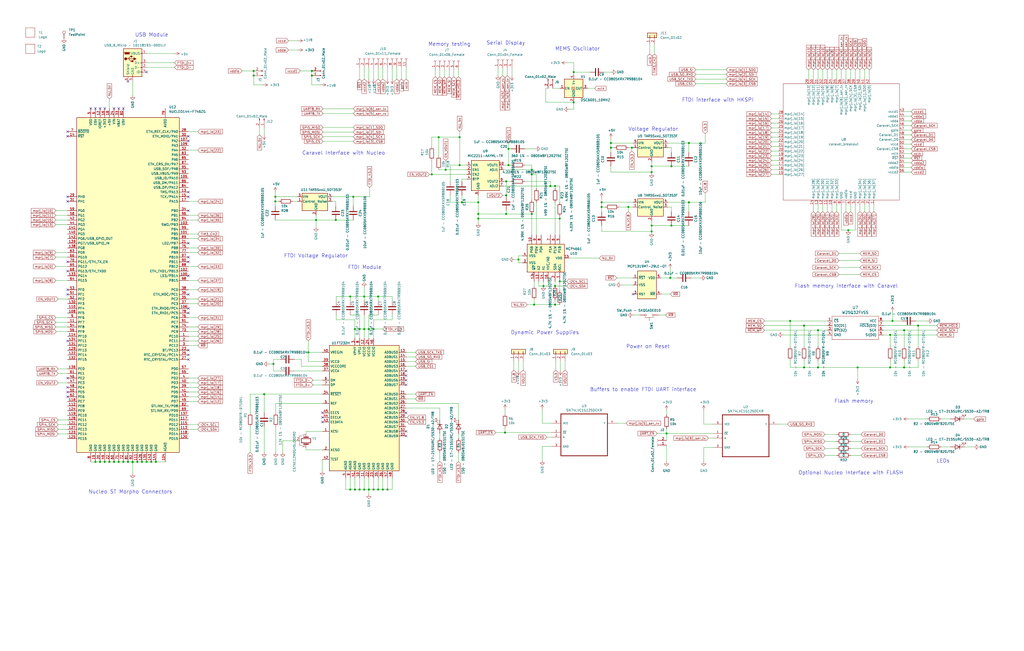
<source format=kicad_sch>
(kicad_sch (version 20211123) (generator eeschema)
  (paper "User" 558.8 355.6)
  (junction (at 67.31 252.222))
  (junction (at 57.15 252.222))
  (junction (at 365.76 151.765))
  (junction (at 172.466 120.142))
  (junction (at 438.785 177.8))
  (junction (at 302.895 166.37))
  (junction (at 260.985 119.38))
  (junction (at 69.85 252.222))
  (junction (at 191.135 161.925))
  (junction (at 208.915 267.335))
  (junction (at 252.095 110.49))
  (junction (at 198.755 267.335))
  (junction (at 170.18 38.735))
  (junction (at 375.92 78.105))
  (junction (at 198.755 179.705))
  (junction (at 328.295 110.49))
  (junction (at 260.985 110.49))
  (junction (at 144.145 215.265))
  (junction (at 168.275 192.405))
  (junction (at 64.77 252.222))
  (junction (at 355.6 93.98))
  (junction (at 196.215 267.335))
  (junction (at 276.225 99.06))
  (junction (at 302.895 156.21))
  (junction (at 201.295 267.335))
  (junction (at 170.18 41.275))
  (junction (at 52.07 252.222))
  (junction (at 62.23 252.222))
  (junction (at 59.69 252.222))
  (junction (at 243.205 92.71))
  (junction (at 462.915 125.73))
  (junction (at 193.675 179.705))
  (junction (at 277.495 81.28))
  (junction (at 446.405 200.66))
  (junction (at 235.585 95.25))
  (junction (at 85.09 252.222))
  (junction (at 72.39 252.349))
  (junction (at 313.055 55.88))
  (junction (at 77.47 252.222))
  (junction (at 206.375 267.335))
  (junction (at 150.241 109.982))
  (junction (at 203.835 267.335))
  (junction (at 305.435 119.38))
  (junction (at 344.805 80.645))
  (junction (at 328.295 113.03))
  (junction (at 355.6 90.805))
  (junction (at 250.825 90.17))
  (junction (at 302.895 101.6))
  (junction (at 203.835 179.705))
  (junction (at 501.015 177.8))
  (junction (at 290.195 95.25))
  (junction (at 282.956 141.732))
  (junction (at 196.215 179.705))
  (junction (at 239.395 74.93))
  (junction (at 193.675 267.335))
  (junction (at 277.495 90.17))
  (junction (at 333.375 78.105))
  (junction (at 211.455 267.335))
  (junction (at 291.465 166.37))
  (junction (at 290.195 116.84))
  (junction (at 198.755 161.925))
  (junction (at 363.728 236.728))
  (junction (at 485.775 200.66))
  (junction (at 366.395 90.805))
  (junction (at 431.165 175.26))
  (junction (at 296.545 156.21))
  (junction (at 80.01 252.222))
  (junction (at 467.995 200.66))
  (junction (at 201.295 179.705))
  (junction (at 74.93 252.222))
  (junction (at 493.395 200.66))
  (junction (at 290.195 92.71))
  (junction (at 138.43 41.275))
  (junction (at 342.9 113.03))
  (junction (at 313.055 39.37))
  (junction (at 150.241 107.442))
  (junction (at 355.6 123.19))
  (junction (at 300.355 101.6))
  (junction (at 191.135 267.335))
  (junction (at 355.6 126.365))
  (junction (at 305.435 153.67))
  (junction (at 250.825 74.93))
  (junction (at 82.55 252.222))
  (junction (at 183.261 120.142))
  (junction (at 54.61 252.222))
  (junction (at 276.225 106.68))
  (junction (at 487.045 175.26))
  (junction (at 138.43 38.735))
  (junction (at 72.39 252.222))
  (junction (at 276.225 116.84))
  (junction (at 260.985 116.84))
  (junction (at 149.225 198.755))
  (junction (at 485.775 182.88))
  (junction (at 446.405 180.34))
  (junction (at 375.92 110.49))
  (junction (at 366.395 123.19))
  (junction (at 206.375 161.925))
  (junction (at 275.59 236.22))
  (junction (at 333.375 80.645))
  (junction (at 438.785 200.66))
  (junction (at 192.786 107.442))
  (junction (at 493.395 180.34))
  (no_connect (at 36.83 158.242))
  (no_connect (at 36.83 160.782))
  (no_connect (at 36.83 107.442))
  (no_connect (at 36.83 109.982))
  (no_connect (at 102.87 191.262))
  (no_connect (at 102.87 150.622))
  (no_connect (at 36.83 74.422))
  (no_connect (at 102.87 193.802))
  (no_connect (at 102.87 196.342))
  (no_connect (at 36.83 71.882))
  (no_connect (at 175.895 230.505))
  (no_connect (at 221.615 225.425))
  (no_connect (at 80.01 39.37))
  (no_connect (at 345.44 160.655))
  (no_connect (at 36.83 148.082))
  (no_connect (at 69.85 44.45))
  (no_connect (at 221.615 235.585))
  (no_connect (at 102.87 115.062))
  (no_connect (at 36.83 216.662))
  (no_connect (at 102.87 104.902))
  (no_connect (at 102.87 107.442))
  (no_connect (at 102.87 160.782))
  (no_connect (at 36.83 143.002))
  (no_connect (at 221.615 202.565))
  (no_connect (at 102.87 140.462))
  (no_connect (at 175.895 227.965))
  (no_connect (at 36.83 206.502))
  (no_connect (at 36.83 186.182))
  (no_connect (at 36.83 214.122))
  (no_connect (at 221.615 207.645))
  (no_connect (at 221.615 238.125))
  (no_connect (at 102.87 74.422))
  (no_connect (at 64.77 59.182))
  (no_connect (at 67.31 59.182))
  (no_connect (at 49.53 59.182))
  (no_connect (at 52.07 59.182))
  (no_connect (at 54.61 59.182))
  (no_connect (at 57.15 59.182))
  (no_connect (at 62.23 59.182))
  (no_connect (at 102.87 132.842))
  (no_connect (at 102.87 143.002))
  (no_connect (at 36.83 211.582))
  (no_connect (at 221.615 210.185))
  (no_connect (at 221.615 205.105))
  (no_connect (at 102.87 168.402))
  (no_connect (at 102.87 170.942))
  (no_connect (at 102.87 76.962))
  (no_connect (at 175.895 225.425))
  (wire (pts (xy 252.095 97.79) (xy 252.095 99.06)))
  (wire (pts (xy 31.75 236.982) (xy 36.83 236.982)))
  (wire (pts (xy 294.005 153.67) (xy 294.005 156.21)))
  (wire (pts (xy 275.59 233.68) (xy 275.59 236.22)))
  (wire (pts (xy 493.395 76.2) (xy 497.205 76.2)))
  (wire (pts (xy 193.675 260.985) (xy 193.675 267.335)))
  (wire (pts (xy 459.105 111.76) (xy 459.105 125.73)))
  (wire (pts (xy 144.145 233.045) (xy 144.145 247.015)))
  (wire (pts (xy 80.01 34.29) (xy 95.25 34.29)))
  (wire (pts (xy 208.915 36.83) (xy 208.915 43.18)))
  (wire (pts (xy 310.515 140.97) (xy 327.025 140.97)))
  (wire (pts (xy 170.815 207.645) (xy 175.895 207.645)))
  (wire (pts (xy 333.375 78.105) (xy 345.44 78.105)))
  (wire (pts (xy 292.735 95.25) (xy 292.735 102.87)))
  (wire (pts (xy 188.595 267.335) (xy 191.135 267.335)))
  (wire (pts (xy 485.775 196.85) (xy 485.775 200.66)))
  (wire (pts (xy 421.005 69.85) (xy 424.815 69.85)))
  (wire (pts (xy 493.395 81.28) (xy 497.205 81.28)))
  (wire (pts (xy 454.025 115.57) (xy 454.025 111.76)))
  (wire (pts (xy 384.81 73.025) (xy 384.81 78.105)))
  (wire (pts (xy 282.956 139.7) (xy 285.115 139.7)))
  (wire (pts (xy 456.565 43.18) (xy 456.565 38.1)))
  (wire (pts (xy 438.785 200.66) (xy 446.405 200.66)))
  (wire (pts (xy 172.466 117.602) (xy 172.466 120.142)))
  (wire (pts (xy 501.015 200.66) (xy 501.015 196.85)))
  (wire (pts (xy 301.625 48.26) (xy 305.435 48.26)))
  (wire (pts (xy 451.485 43.18) (xy 451.485 38.1)))
  (wire (pts (xy 355.6 90.805) (xy 355.6 93.98)))
  (wire (pts (xy 464.185 115.57) (xy 464.185 111.76)))
  (wire (pts (xy 286.385 81.28) (xy 292.1 81.28)))
  (wire (pts (xy 102.87 186.182) (xy 107.95 186.182)))
  (wire (pts (xy 355.6 93.98) (xy 355.6 94.615)))
  (wire (pts (xy 260.985 116.84) (xy 260.985 119.38)))
  (wire (pts (xy 102.87 137.922) (xy 107.95 137.922)))
  (wire (pts (xy 431.165 175.26) (xy 431.165 189.23)))
  (wire (pts (xy 154.305 240.665) (xy 161.925 240.665)))
  (wire (pts (xy 167.005 244.475) (xy 167.005 245.745)))
  (wire (pts (xy 277.495 81.28) (xy 278.765 81.28)))
  (wire (pts (xy 441.325 43.18) (xy 441.325 38.1)))
  (wire (pts (xy 375.92 90.805) (xy 366.395 90.805)))
  (wire (pts (xy 102.87 216.662) (xy 107.95 216.662)))
  (wire (pts (xy 168.275 186.055) (xy 168.275 192.405)))
  (wire (pts (xy 213.995 43.18) (xy 213.995 36.83)))
  (wire (pts (xy 221.615 230.505) (xy 222.25 230.505)))
  (wire (pts (xy 421.005 82.55) (xy 424.815 82.55)))
  (wire (pts (xy 287.655 166.37) (xy 291.465 166.37)))
  (wire (pts (xy 245.745 106.68) (xy 245.745 110.49)))
  (wire (pts (xy 201.295 260.985) (xy 201.295 267.335)))
  (wire (pts (xy 379.73 38.1) (xy 396.24 38.1)))
  (wire (pts (xy 495.808 244.094) (xy 505.968 244.094)))
  (wire (pts (xy 299.085 153.67) (xy 299.085 156.21)))
  (wire (pts (xy 192.786 74.676) (xy 176.276 74.676)))
  (wire (pts (xy 421.005 72.39) (xy 424.815 72.39)))
  (wire (pts (xy 379.73 40.64) (xy 396.24 40.64)))
  (wire (pts (xy 85.09 252.222) (xy 90.17 252.222)))
  (wire (pts (xy 271.78 37.465) (xy 271.78 41.275)))
  (wire (pts (xy 457.835 142.24) (xy 469.265 142.24)))
  (wire (pts (xy 446.405 43.18) (xy 446.405 38.1)))
  (wire (pts (xy 461.645 115.57) (xy 461.645 111.76)))
  (wire (pts (xy 250.19 239.395) (xy 250.19 236.855)))
  (wire (pts (xy 213.995 260.985) (xy 213.995 267.335)))
  (wire (pts (xy 493.395 196.85) (xy 493.395 200.66)))
  (wire (pts (xy 168.275 197.485) (xy 175.895 197.485)))
  (wire (pts (xy 203.835 267.335) (xy 201.295 267.335)))
  (wire (pts (xy 277.495 90.17) (xy 278.765 90.17)))
  (wire (pts (xy 30.48 178.562) (xy 36.83 178.562)))
  (wire (pts (xy 149.225 202.565) (xy 153.035 202.565)))
  (wire (pts (xy 493.395 200.66) (xy 501.015 200.66)))
  (wire (pts (xy 203.835 260.985) (xy 203.835 267.335)))
  (wire (pts (xy 198.755 164.465) (xy 198.755 161.925)))
  (wire (pts (xy 290.195 90.17) (xy 286.385 90.17)))
  (wire (pts (xy 196.215 267.335) (xy 198.755 267.335)))
  (wire (pts (xy 448.945 43.18) (xy 448.945 38.1)))
  (wire (pts (xy 188.595 260.985) (xy 188.595 267.335)))
  (wire (pts (xy 102.87 120.142) (xy 107.95 120.142)))
  (wire (pts (xy 285.496 197.104) (xy 285.496 202.184)))
  (wire (pts (xy 375.92 110.49) (xy 375.92 115.57)))
  (wire (pts (xy 211.455 267.335) (xy 208.915 267.335)))
  (wire (pts (xy 450.215 248.666) (xy 456.565 248.666)))
  (wire (pts (xy 459.105 43.18) (xy 459.105 38.1)))
  (wire (pts (xy 203.835 179.705) (xy 203.835 174.625)))
  (wire (pts (xy 300.99 231.14) (xy 295.91 231.14)))
  (wire (pts (xy 363.728 234.188) (xy 363.728 236.728)))
  (wire (pts (xy 421.005 92.71) (xy 424.815 92.71)))
  (wire (pts (xy 487.045 175.26) (xy 492.125 175.26)))
  (wire (pts (xy 102.87 209.042) (xy 107.95 209.042)))
  (wire (pts (xy 386.588 239.268) (xy 389.128 239.268)))
  (wire (pts (xy 74.93 252.222) (xy 77.47 252.222)))
  (wire (pts (xy 451.485 115.57) (xy 451.485 111.76)))
  (wire (pts (xy 170.815 210.185) (xy 175.895 210.185)))
  (wire (pts (xy 333.375 80.645) (xy 333.375 78.105)))
  (wire (pts (xy 221.615 222.885) (xy 240.03 222.885)))
  (wire (pts (xy 136.525 215.265) (xy 144.145 215.265)))
  (wire (pts (xy 459.105 125.73) (xy 462.915 125.73)))
  (wire (pts (xy 297.815 55.88) (xy 313.055 55.88)))
  (wire (pts (xy 333.375 80.645) (xy 335.28 80.645)))
  (wire (pts (xy 446.405 180.34) (xy 451.485 180.34)))
  (wire (pts (xy 149.225 196.215) (xy 153.035 196.215)))
  (wire (pts (xy 176.276 72.136) (xy 192.786 72.136)))
  (wire (pts (xy 252.095 110.49) (xy 260.985 110.49)))
  (wire (pts (xy 136.525 233.045) (xy 136.525 247.015)))
  (wire (pts (xy 203.835 174.625) (xy 213.995 174.625)))
  (wire (pts (xy 384.048 251.968) (xy 384.048 244.348)))
  (wire (pts (xy 526.288 244.094) (xy 531.368 244.094)))
  (wire (pts (xy 219.075 36.83) (xy 219.075 43.18)))
  (wire (pts (xy 305.435 118.11) (xy 305.435 119.38)))
  (wire (pts (xy 274.955 99.06) (xy 276.225 99.06)))
  (wire (pts (xy 201.295 179.705) (xy 201.295 172.085)))
  (wire (pts (xy 274.955 90.17) (xy 277.495 90.17)))
  (wire (pts (xy 221.615 192.405) (xy 226.695 192.405)))
  (wire (pts (xy 457.835 149.86) (xy 469.265 149.86)))
  (wire (pts (xy 211.455 260.985) (xy 211.455 267.335)))
  (wire (pts (xy 363.728 226.568) (xy 363.728 224.028)))
  (wire (pts (xy 328.295 107.95) (xy 328.295 110.49)))
  (wire (pts (xy 72.39 44.45) (xy 72.39 52.07)))
  (wire (pts (xy 286.385 99.06) (xy 300.355 99.06)))
  (wire (pts (xy 239.395 74.93) (xy 239.395 85.09)))
  (wire (pts (xy 157.48 22.225) (xy 162.56 22.225)))
  (wire (pts (xy 198.755 179.705) (xy 201.295 179.705)))
  (wire (pts (xy 354.584 24.384) (xy 354.584 29.464)))
  (wire (pts (xy 421.005 67.31) (xy 424.815 67.31)))
  (wire (pts (xy 300.355 101.6) (xy 302.895 101.6)))
  (wire (pts (xy 201.295 179.705) (xy 203.835 179.705)))
  (wire (pts (xy 342.9 80.645) (xy 344.805 80.645)))
  (wire (pts (xy 446.405 180.34) (xy 446.405 189.23)))
  (wire (pts (xy 290.195 92.71) (xy 274.955 92.71)))
  (wire (pts (xy 149.225 198.755) (xy 149.225 202.565)))
  (wire (pts (xy 234.315 95.25) (xy 235.585 95.25)))
  (wire (pts (xy 300.99 236.22) (xy 275.59 236.22)))
  (wire (pts (xy 313.055 39.37) (xy 313.055 34.29)))
  (wire (pts (xy 296.545 153.67) (xy 296.545 156.21)))
  (wire (pts (xy 80.01 252.222) (xy 82.55 252.222)))
  (wire (pts (xy 242.57 38.1) (xy 242.57 41.91)))
  (wire (pts (xy 292.735 110.49) (xy 292.735 128.27)))
  (wire (pts (xy 377.19 151.765) (xy 382.27 151.765)))
  (wire (pts (xy 355.6 120.65) (xy 355.6 123.19)))
  (wire (pts (xy 237.49 38.1) (xy 237.49 41.91)))
  (wire (pts (xy 274.32 37.465) (xy 274.32 41.275)))
  (wire (pts (xy 150.495 225.425) (xy 150.495 220.345)))
  (wire (pts (xy 462.915 125.73) (xy 466.725 125.73)))
  (wire (pts (xy 290.195 116.84) (xy 290.195 128.27)))
  (wire (pts (xy 191.135 164.465) (xy 191.135 161.925)))
  (wire (pts (xy 277.495 81.28) (xy 277.495 90.17)))
  (wire (pts (xy 467.995 200.66) (xy 485.775 200.66)))
  (wire (pts (xy 302.895 166.37) (xy 305.435 166.37)))
  (wire (pts (xy 150.241 120.142) (xy 172.466 120.142)))
  (wire (pts (xy 201.676 102.362) (xy 201.676 107.442)))
  (wire (pts (xy 485.775 200.66) (xy 493.395 200.66)))
  (wire (pts (xy 102.87 153.162) (xy 107.95 153.162)))
  (wire (pts (xy 513.588 228.854) (xy 518.668 228.854)))
  (wire (pts (xy 446.405 196.85) (xy 446.405 200.66)))
  (wire (pts (xy 493.395 78.74) (xy 497.205 78.74)))
  (wire (pts (xy 36.83 201.422) (xy 31.75 201.422)))
  (wire (pts (xy 203.835 184.785) (xy 203.835 179.705)))
  (wire (pts (xy 206.375 161.925) (xy 206.375 164.465)))
  (wire (pts (xy 481.965 175.26) (xy 487.045 175.26)))
  (wire (pts (xy 464.185 241.046) (xy 469.9 241.046)))
  (wire (pts (xy 102.87 109.982) (xy 107.95 109.982)))
  (wire (pts (xy 464.185 248.666) (xy 469.9 248.666)))
  (wire (pts (xy 384.81 105.41) (xy 384.81 110.49)))
  (wire (pts (xy 313.055 40.64) (xy 313.055 39.37)))
  (wire (pts (xy 471.805 115.57) (xy 471.805 111.76)))
  (wire (pts (xy 193.675 179.705) (xy 193.675 184.785)))
  (wire (pts (xy 102.87 214.122) (xy 107.95 214.122)))
  (wire (pts (xy 355.6 123.19) (xy 355.6 126.365)))
  (wire (pts (xy 389.128 236.728) (xy 363.728 236.728)))
  (wire (pts (xy 175.895 202.565) (xy 160.655 202.565)))
  (wire (pts (xy 59.69 252.222) (xy 62.23 252.222)))
  (wire (pts (xy 221.615 194.945) (xy 226.695 194.945)))
  (wire (pts (xy 365.76 151.765) (xy 365.76 146.685)))
  (wire (pts (xy 213.995 174.625) (xy 213.995 172.085)))
  (wire (pts (xy 252.095 97.79) (xy 254.635 97.79)))
  (wire (pts (xy 208.915 267.335) (xy 206.375 267.335)))
  (wire (pts (xy 421.005 87.63) (xy 424.815 87.63)))
  (wire (pts (xy 495.808 228.854) (xy 505.968 228.854)))
  (wire (pts (xy 333.375 93.98) (xy 355.6 93.98)))
  (wire (pts (xy 191.135 161.925) (xy 198.755 161.925)))
  (wire (pts (xy 493.395 63.5) (xy 497.205 63.5)))
  (wire (pts (xy 474.345 43.18) (xy 474.345 38.1)))
  (wire (pts (xy 168.275 192.405) (xy 168.275 197.485)))
  (wire (pts (xy 365.76 151.765) (xy 369.57 151.765)))
  (wire (pts (xy 203.835 36.83) (xy 203.835 43.18)))
  (wire (pts (xy 454.025 43.18) (xy 454.025 38.1)))
  (wire (pts (xy 102.87 145.542) (xy 107.95 145.542)))
  (wire (pts (xy 375.92 78.105) (xy 375.92 83.185)))
  (wire (pts (xy 240.03 239.395) (xy 240.03 236.855)))
  (wire (pts (xy 290.195 95.25) (xy 290.195 109.22)))
  (wire (pts (xy 329.565 39.37) (xy 333.375 39.37)))
  (wire (pts (xy 164.465 200.025) (xy 175.895 200.025)))
  (wire (pts (xy 196.215 172.085) (xy 191.135 172.085)))
  (wire (pts (xy 198.755 179.705) (xy 198.755 172.085)))
  (wire (pts (xy 102.87 130.302) (xy 107.95 130.302)))
  (wire (pts (xy 193.675 267.335) (xy 196.215 267.335)))
  (wire (pts (xy 438.785 177.8) (xy 438.785 189.23)))
  (wire (pts (xy 62.23 252.222) (xy 64.77 252.222)))
  (wire (pts (xy 342.9 113.03) (xy 342.9 115.57)))
  (wire (pts (xy 138.43 46.355) (xy 143.51 46.355)))
  (wire (pts (xy 31.75 229.362) (xy 36.83 229.362)))
  (wire (pts (xy 336.55 231.14) (xy 341.63 231.14)))
  (wire (pts (xy 181.356 109.982) (xy 183.261 109.982)))
  (wire (pts (xy 290.195 90.17) (xy 290.195 92.71)))
  (wire (pts (xy 201.295 172.085) (xy 206.375 172.085)))
  (wire (pts (xy 30.48 115.062) (xy 36.83 115.062)))
  (wire (pts (xy 72.39 252.222) (xy 72.39 252.349)))
  (wire (pts (xy 102.87 165.862) (xy 107.95 165.862)))
  (wire (pts (xy 150.241 107.442) (xy 162.306 107.442)))
  (wire (pts (xy 276.225 116.84) (xy 290.195 116.84)))
  (wire (pts (xy 493.395 93.98) (xy 497.205 93.98)))
  (wire (pts (xy 421.005 62.23) (xy 424.815 62.23)))
  (wire (pts (xy 175.895 257.175) (xy 175.895 250.825)))
  (wire (pts (xy 493.395 83.82) (xy 497.205 83.82)))
  (wire (pts (xy 305.435 110.49) (xy 305.435 101.6)))
  (wire (pts (xy 499.745 175.26) (xy 506.095 175.26)))
  (wire (pts (xy 250.825 90.17) (xy 254.635 90.17)))
  (wire (pts (xy 107.95 181.102) (xy 102.87 181.102)))
  (wire (pts (xy 493.395 66.04) (xy 497.205 66.04)))
  (wire (pts (xy 213.995 267.335) (xy 211.455 267.335)))
  (wire (pts (xy 102.87 117.602) (xy 107.95 117.602)))
  (wire (pts (xy 260.985 110.49) (xy 260.985 106.68)))
  (wire (pts (xy 144.145 215.265) (xy 175.895 215.265)))
  (wire (pts (xy 355.6 90.805) (xy 366.395 90.805)))
  (wire (pts (xy 469.265 115.57) (xy 469.265 111.76)))
  (wire (pts (xy 421.005 95.25) (xy 424.815 95.25)))
  (wire (pts (xy 467.995 207.01) (xy 467.995 200.66)))
  (wire (pts (xy 431.165 200.66) (xy 431.165 196.85)))
  (wire (pts (xy 366.395 80.645) (xy 366.395 83.185)))
  (wire (pts (xy 493.395 86.36) (xy 497.205 86.36)))
  (wire (pts (xy 364.49 80.645) (xy 366.395 80.645)))
  (wire (pts (xy 154.305 247.015) (xy 154.305 240.665)))
  (wire (pts (xy 328.295 115.57) (xy 328.295 113.03)))
  (wire (pts (xy 363.728 240.538) (xy 363.728 236.728)))
  (wire (pts (xy 328.295 110.49) (xy 345.44 110.49)))
  (wire (pts (xy 102.87 158.242) (xy 107.95 158.242)))
  (wire (pts (xy 421.005 74.93) (xy 424.815 74.93)))
  (wire (pts (xy 198.755 36.83) (xy 198.755 43.18)))
  (wire (pts (xy 295.91 251.46) (xy 295.91 243.84)))
  (wire (pts (xy 513.588 244.094) (xy 518.668 244.094)))
  (wire (pts (xy 501.015 177.8) (xy 501.015 189.23)))
  (wire (pts (xy 294.005 156.21) (xy 296.545 156.21)))
  (wire (pts (xy 471.805 43.18) (xy 471.805 38.1)))
  (wire (pts (xy 384.048 224.028) (xy 384.048 231.648)))
  (wire (pts (xy 360.68 151.765) (xy 365.76 151.765)))
  (wire (pts (xy 240.03 38.1) (xy 240.03 41.91)))
  (wire (pts (xy 64.77 252.222) (xy 67.31 252.222)))
  (wire (pts (xy 160.655 196.215) (xy 164.465 196.215)))
  (wire (pts (xy 72.39 252.222) (xy 74.93 252.222)))
  (wire (pts (xy 328.295 126.365) (xy 328.295 123.19)))
  (wire (pts (xy 164.465 196.215) (xy 164.465 200.025)))
  (wire (pts (xy 333.375 93.98) (xy 333.375 90.805)))
  (wire (pts (xy 526.288 228.854) (xy 531.368 228.854)))
  (wire (pts (xy 216.535 43.18) (xy 216.535 36.83)))
  (wire (pts (xy 305.435 119.38) (xy 305.435 128.27)))
  (wire (pts (xy 375.92 123.19) (xy 366.395 123.19)))
  (wire (pts (xy 250.19 38.1) (xy 250.19 41.91)))
  (wire (pts (xy 277.495 78.105) (xy 277.495 81.28)))
  (wire (pts (xy 176.276 61.976) (xy 192.786 61.976)))
  (wire (pts (xy 181.356 107.442) (xy 192.786 107.442)))
  (wire (pts (xy 168.275 192.405) (xy 175.895 192.405)))
  (wire (pts (xy 302.895 153.67) (xy 302.895 156.21)))
  (wire (pts (xy 345.44 172.085) (xy 349.25 172.085)))
  (wire (pts (xy 305.816 197.104) (xy 305.816 202.184)))
  (wire (pts (xy 102.87 188.722) (xy 107.95 188.722)))
  (wire (pts (xy 291.465 163.83) (xy 291.465 166.37)))
  (wire (pts (xy 355.6 126.365) (xy 355.6 127)))
  (wire (pts (xy 290.195 95.25) (xy 292.735 95.25)))
  (wire (pts (xy 150.241 109.982) (xy 150.241 107.442)))
  (wire (pts (xy 295.91 223.52) (xy 295.91 231.14)))
  (wire (pts (xy 355.6 123.19) (xy 366.395 123.19)))
  (wire (pts (xy 417.195 177.8) (xy 438.785 177.8)))
  (wire (pts (xy 49.53 252.222) (xy 52.07 252.222)))
  (wire (pts (xy 52.07 252.222) (xy 54.61 252.222)))
  (wire (pts (xy 501.015 177.8) (xy 511.175 177.8)))
  (wire (pts (xy 192.786 107.442) (xy 201.676 107.442)))
  (wire (pts (xy 102.87 127.762) (xy 107.95 127.762)))
  (wire (pts (xy 150.495 220.345) (xy 175.895 220.345)))
  (wire (pts (xy 191.135 161.925) (xy 183.515 161.925)))
  (wire (pts (xy 192.786 120.142) (xy 183.261 120.142)))
  (wire (pts (xy 102.87 163.322) (xy 107.95 163.322)))
  (wire (pts (xy 493.395 180.34) (xy 493.395 189.23)))
  (wire (pts (xy 102.87 206.502) (xy 107.95 206.502)))
  (wire (pts (xy 421.005 64.77) (xy 424.815 64.77)))
  (wire (pts (xy 446.405 200.66) (xy 467.995 200.66)))
  (wire (pts (xy 457.835 138.43) (xy 469.265 138.43)))
  (wire (pts (xy 221.615 36.83) (xy 221.615 43.18)))
  (wire (pts (xy 203.835 179.705) (xy 208.915 179.705)))
  (wire (pts (xy 276.225 106.68) (xy 276.225 107.315)))
  (wire (pts (xy 328.295 113.03) (xy 330.2 113.03)))
  (wire (pts (xy 424.688 231.648) (xy 429.768 231.648)))
  (wire (pts (xy 163.83 38.735) (xy 170.18 38.735)))
  (wire (pts (xy 384.048 244.348) (xy 389.128 244.348)))
  (wire (pts (xy 250.19 252.095) (xy 250.19 247.015)))
  (wire (pts (xy 221.615 220.345) (xy 250.19 220.345)))
  (wire (pts (xy 206.375 36.83) (xy 206.375 43.18)))
  (wire (pts (xy 250.825 71.755) (xy 250.825 74.93)))
  (wire (pts (xy 485.775 182.88) (xy 511.175 182.88)))
  (wire (pts (xy 450.215 237.236) (xy 456.565 237.236)))
  (wire (pts (xy 239.395 74.93) (xy 250.825 74.93)))
  (wire (pts (xy 102.87 71.882) (xy 107.95 71.882)))
  (wire (pts (xy 176.276 69.596) (xy 192.786 69.596)))
  (wire (pts (xy 313.055 59.69) (xy 313.055 55.88)))
  (wire (pts (xy 296.545 156.21) (xy 299.085 156.21)))
  (wire (pts (xy 107.95 178.562) (xy 102.87 178.562)))
  (wire (pts (xy 280.67 141.732) (xy 282.956 141.732)))
  (wire (pts (xy 144.145 225.425) (xy 144.145 215.265)))
  (wire (pts (xy 366.395 113.03) (xy 366.395 115.57)))
  (wire (pts (xy 206.375 267.335) (xy 203.835 267.335)))
  (wire (pts (xy 150.241 104.902) (xy 150.241 107.442)))
  (wire (pts (xy 359.41 172.085) (xy 363.22 172.085)))
  (wire (pts (xy 192.786 107.442) (xy 192.786 112.522)))
  (wire (pts (xy 364.49 78.105) (xy 375.92 78.105)))
  (wire (pts (xy 221.615 227.965) (xy 222.25 227.965)))
  (wire (pts (xy 438.785 177.8) (xy 451.485 177.8)))
  (wire (pts (xy 136.525 225.425) (xy 136.525 215.265)))
  (wire (pts (xy 375.92 110.49) (xy 384.81 110.49)))
  (wire (pts (xy 30.734 181.102) (xy 36.83 181.102)))
  (wire (pts (xy 279.4 37.465) (xy 279.4 41.275)))
  (wire (pts (xy 243.205 87.63) (xy 243.205 92.71)))
  (wire (pts (xy 493.395 60.96) (xy 497.205 60.96)))
  (wire (pts (xy 457.835 146.05) (xy 469.265 146.05)))
  (wire (pts (xy 276.225 99.06) (xy 276.225 106.68)))
  (wire (pts (xy 364.49 110.49) (xy 375.92 110.49)))
  (wire (pts (xy 493.395 91.44) (xy 497.205 91.44)))
  (wire (pts (xy 198.755 161.925) (xy 198.755 156.845)))
  (wire (pts (xy 421.005 85.09) (xy 424.815 85.09)))
  (wire (pts (xy 198.755 260.985) (xy 198.755 267.335)))
  (wire (pts (xy 201.295 36.83) (xy 201.295 43.18)))
  (wire (pts (xy 493.395 71.12) (xy 497.205 71.12)))
  (wire (pts (xy 72.39 252.349) (xy 72.39 258.572)))
  (wire (pts (xy 150.495 233.045) (xy 150.495 247.015)))
  (wire (pts (xy 379.73 45.72) (xy 396.24 45.72)))
  (wire (pts (xy 302.895 110.49) (xy 302.895 128.27)))
  (wire (pts (xy 159.766 109.982) (xy 162.306 109.982)))
  (wire (pts (xy 363.728 236.728) (xy 358.648 236.728)))
  (wire (pts (xy 337.82 113.03) (xy 342.9 113.03)))
  (wire (pts (xy 481.965 180.34) (xy 493.395 180.34)))
  (wire (pts (xy 30.48 173.482) (xy 36.83 173.482)))
  (wire (pts (xy 493.395 88.9) (xy 497.205 88.9)))
  (wire (pts (xy 59.69 53.975) (xy 59.69 59.182)))
  (wire (pts (xy 427.355 182.88) (xy 451.485 182.88)))
  (wire (pts (xy 102.87 211.582) (xy 107.95 211.582)))
  (wire (pts (xy 298.45 238.76) (xy 300.99 238.76)))
  (wire (pts (xy 30.48 176.022) (xy 36.83 176.022)))
  (wire (pts (xy 150.241 112.522) (xy 150.241 109.982)))
  (wire (pts (xy 240.03 222.885) (xy 240.03 229.235)))
  (wire (pts (xy 208.915 260.985) (xy 208.915 267.335)))
  (wire (pts (xy 260.985 110.49) (xy 260.985 116.84)))
  (wire (pts (xy 438.785 196.85) (xy 438.785 200.66)))
  (wire (pts (xy 417.195 175.26) (xy 431.165 175.26)))
  (wire (pts (xy 36.83 209.042) (xy 31.75 209.042)))
  (wire (pts (xy 221.615 197.485) (xy 226.695 197.485)))
  (wire (pts (xy 102.87 234.442) (xy 107.95 234.442)))
  (wire (pts (xy 476.885 115.57) (xy 476.885 111.76)))
  (wire (pts (xy 235.585 95.25) (xy 254.635 95.25)))
  (wire (pts (xy 157.48 27.305) (xy 162.56 27.305)))
  (wire (pts (xy 421.005 77.47) (xy 424.815 77.47)))
  (wire (pts (xy 31.75 234.442) (xy 36.83 234.442)))
  (wire (pts (xy 431.165 200.66) (xy 438.785 200.66)))
  (wire (pts (xy 375.92 78.105) (xy 384.81 78.105)))
  (wire (pts (xy 320.675 48.26) (xy 324.485 48.26)))
  (wire (pts (xy 493.395 180.34) (xy 511.175 180.34)))
  (wire (pts (xy 302.895 101.6) (xy 302.895 102.87)))
  (wire (pts (xy 389.128 231.648) (xy 384.048 231.648)))
  (wire (pts (xy 305.435 153.67) (xy 309.245 153.67)))
  (wire (pts (xy 328.295 110.49) (xy 328.295 113.03)))
  (wire (pts (xy 363.728 251.968) (xy 363.728 243.078)))
  (wire (pts (xy 36.83 137.922) (xy 30.48 137.922)))
  (wire (pts (xy 417.195 180.34) (xy 446.405 180.34)))
  (wire (pts (xy 305.435 153.67) (xy 305.435 158.75)))
  (wire (pts (xy 183.515 161.925) (xy 183.515 164.465)))
  (wire (pts (xy 339.09 155.575) (xy 345.44 155.575)))
  (wire (pts (xy 297.815 48.26) (xy 299.085 48.26)))
  (wire (pts (xy 276.225 99.06) (xy 278.765 99.06)))
  (wire (pts (xy 245.745 99.06) (xy 245.745 90.17)))
  (wire (pts (xy 313.055 34.29) (xy 309.245 34.29)))
  (wire (pts (xy 183.261 109.982) (xy 183.261 112.522)))
  (wire (pts (xy 333.375 83.185) (xy 333.375 80.645)))
  (wire (pts (xy 30.48 122.682) (xy 36.83 122.682)))
  (wire (pts (xy 57.15 252.222) (xy 59.69 252.222)))
  (wire (pts (xy 274.32 106.68) (xy 276.225 106.68)))
  (wire (pts (xy 300.355 99.06) (xy 300.355 101.6)))
  (wire (pts (xy 245.745 110.49) (xy 252.095 110.49)))
  (wire (pts (xy 252.095 106.68) (xy 252.095 110.49)))
  (wire (pts (xy 456.565 115.57) (xy 456.565 111.76)))
  (wire (pts (xy 193.675 174.625) (xy 183.515 174.625)))
  (wire (pts (xy 276.86 37.465) (xy 276.86 41.275)))
  (wire (pts (xy 167.005 236.855) (xy 167.005 235.585)))
  (wire (pts (xy 146.685 198.755) (xy 149.225 198.755)))
  (wire (pts (xy 170.18 41.275) (xy 170.18 46.355)))
  (wire (pts (xy 443.865 43.18) (xy 443.865 38.1)))
  (wire (pts (xy 196.215 179.705) (xy 196.215 172.085)))
  (wire (pts (xy 172.466 120.142) (xy 172.466 123.952)))
  (wire (pts (xy 303.276 197.104) (xy 303.276 202.184)))
  (wire (pts (xy 274.955 101.6) (xy 300.355 101.6)))
  (wire (pts (xy 138.43 41.275) (xy 138.43 46.355)))
  (wire (pts (xy 282.956 141.732) (xy 282.956 139.7)))
  (wire (pts (xy 198.755 267.335) (xy 201.295 267.335)))
  (wire (pts (xy 275.59 226.06) (xy 275.59 223.52)))
  (wire (pts (xy 172.466 120.142) (xy 183.261 120.142)))
  (wire (pts (xy 290.195 92.71) (xy 290.195 95.25)))
  (wire (pts (xy 206.375 161.925) (xy 213.995 161.925)))
  (wire (pts (xy 466.725 43.18) (xy 466.725 38.1)))
  (wire (pts (xy 107.95 173.482) (xy 102.87 173.482)))
  (wire (pts (xy 469.265 43.18) (xy 469.265 38.1)))
  (wire (pts (xy 235.585 95.25) (xy 235.585 87.63)))
  (wire (pts (xy 54.61 252.222) (xy 57.15 252.222)))
  (wire (pts (xy 211.455 43.18) (xy 211.455 36.83)))
  (wire (pts (xy 282.956 143.51) (xy 282.956 141.732)))
  (wire (pts (xy 493.395 73.66) (xy 497.205 73.66)))
  (wire (pts (xy 360.68 160.655) (xy 365.76 160.655)))
  (wire (pts (xy 206.375 260.985) (xy 206.375 267.335)))
  (wire (pts (xy 344.805 80.645) (xy 345.44 80.645)))
  (wire (pts (xy 132.08 38.735) (xy 138.43 38.735)))
  (wire (pts (xy 357.124 24.384) (xy 357.124 29.464)))
  (wire (pts (xy 196.215 179.705) (xy 198.755 179.705)))
  (wire (pts (xy 336.55 151.765) (xy 345.44 151.765)))
  (wire (pts (xy 291.465 153.67) (xy 291.465 156.21)))
  (wire (pts (xy 282.956 197.104) (xy 282.956 202.184)))
  (wire (pts (xy 221.615 215.265) (xy 226.695 215.265)))
  (wire (pts (xy 481.965 182.88) (xy 485.775 182.88)))
  (wire (pts (xy 36.83 163.322) (xy 31.75 163.322)))
  (wire (pts (xy 295.91 243.84) (xy 300.99 243.84)))
  (wire (pts (xy 474.345 115.57) (xy 474.345 111.76)))
  (wire (pts (xy 247.65 38.1) (xy 247.65 41.91)))
  (wire (pts (xy 364.49 113.03) (xy 366.395 113.03)))
  (wire (pts (xy 183.515 174.625) (xy 183.515 172.085)))
  (wire (pts (xy 302.895 163.83) (xy 302.895 166.37)))
  (wire (pts (xy 276.225 114.935) (xy 276.225 116.84)))
  (wire (pts (xy 487.045 170.18) (xy 487.045 175.26)))
  (wire (pts (xy 421.005 90.17) (xy 424.815 90.17)))
  (wire (pts (xy 30.48 120.142) (xy 36.83 120.142)))
  (wire (pts (xy 36.83 203.962) (xy 31.75 203.962)))
  (wire (pts (xy 245.11 38.1) (xy 245.11 41.91)))
  (wire (pts (xy 170.18 38.735) (xy 170.18 41.275)))
  (wire (pts (xy 198.755 184.785) (xy 198.755 179.705)))
  (wire (pts (xy 235.585 74.93) (xy 239.395 74.93)))
  (wire (pts (xy 464.185 237.236) (xy 469.9 237.236)))
  (wire (pts (xy 313.055 39.37) (xy 321.945 39.37)))
  (wire (pts (xy 201.295 184.785) (xy 201.295 179.705)))
  (wire (pts (xy 67.31 252.222) (xy 69.85 252.222)))
  (wire (pts (xy 167.005 245.745) (xy 175.895 245.745)))
  (wire (pts (xy 250.19 220.345) (xy 250.19 229.235)))
  (wire (pts (xy 302.895 101.6) (xy 305.435 101.6)))
  (wire (pts (xy 291.465 166.37) (xy 302.895 166.37)))
  (wire (pts (xy 308.356 197.104) (xy 308.356 202.184)))
  (wire (pts (xy 282.956 143.51) (xy 285.115 143.51)))
  (wire (pts (xy 466.725 125.73) (xy 466.725 111.76)))
  (wire (pts (xy 31.75 231.902) (xy 36.83 231.902)))
  (wire (pts (xy 221.615 217.805) (xy 226.695 217.805)))
  (wire (pts (xy 102.87 231.902) (xy 107.95 231.902)))
  (wire (pts (xy 170.18 46.355) (xy 175.26 46.355)))
  (wire (pts (xy 310.515 59.69) (xy 313.055 59.69)))
  (wire (pts (xy 250.825 74.93) (xy 250.825 90.17)))
  (wire (pts (xy 260.985 119.38) (xy 305.435 119.38)))
  (wire (pts (xy 245.745 90.17) (xy 250.825 90.17)))
  (wire (pts (xy 30.48 117.602) (xy 36.83 117.602)))
  (wire (pts (xy 80.01 29.21) (xy 95.25 29.21)))
  (wire (pts (xy 333.375 75.565) (xy 333.375 78.105)))
  (wire (pts (xy 450.215 241.046) (xy 456.565 241.046)))
  (wire (pts (xy 396.24 43.18) (xy 379.73 43.18)))
  (wire (pts (xy 196.215 260.985) (xy 196.215 267.335)))
  (wire (pts (xy 421.005 80.01) (xy 424.815 80.01)))
  (wire (pts (xy 82.55 252.222) (xy 85.09 252.222)))
  (wire (pts (xy 30.48 145.542) (xy 36.83 145.542)))
  (wire (pts (xy 80.01 36.83) (xy 95.25 36.83)))
  (wire (pts (xy 102.87 219.202) (xy 107.95 219.202)))
  (wire (pts (xy 240.03 252.095) (xy 240.03 247.015)))
  (wire (pts (xy 150.241 109.982) (xy 152.146 109.982)))
  (wire (pts (xy 297.815 48.26) (xy 297.815 55.88)))
  (wire (pts (xy 138.43 38.735) (xy 138.43 41.275)))
  (wire (pts (xy 36.83 153.162) (xy 30.48 153.162)))
  (wire (pts (xy 485.775 182.88) (xy 485.775 189.23)))
  (wire (pts (xy 446.405 115.57) (xy 446.405 111.76)))
  (wire (pts (xy 102.87 82.042) (xy 107.95 82.042)))
  (wire (pts (xy 193.675 174.625) (xy 193.675 179.705)))
  (wire (pts (xy 461.645 43.18) (xy 461.645 38.1)))
  (wire (pts (xy 342.9 113.03) (xy 345.44 113.03)))
  (wire (pts (xy 144.145 73.66) (xy 144.145 69.85)))
  (wire (pts (xy 464.185 244.856) (xy 469.9 244.856)))
  (wire (pts (xy 196.215 36.83) (xy 196.215 43.18)))
  (wire (pts (xy 302.895 156.21) (xy 309.245 156.21)))
  (wire (pts (xy 239.395 92.71) (xy 243.205 92.71)))
  (wire (pts (xy 260.985 116.84) (xy 276.225 116.84)))
  (wire (pts (xy 275.59 236.22) (xy 270.51 236.22)))
  (wire (pts (xy 443.865 115.57) (xy 443.865 111.76)))
  (wire (pts (xy 69.85 252.222) (xy 72.39 252.222)))
  (wire (pts (xy 243.205 92.71) (xy 254.635 92.71)))
  (wire (pts (xy 176.276 77.216) (xy 192.786 77.216)))
  (wire (pts (xy 201.295 269.875) (xy 201.295 267.335)))
  (wire (pts (xy 328.295 126.365) (xy 355.6 126.365)))
  (wire (pts (xy 191.135 260.985) (xy 191.135 267.335)))
  (wire (pts (xy 167.005 235.585) (xy 175.895 235.585)))
  (wire (pts (xy 221.615 200.025) (xy 226.695 200.025)))
  (wire (pts (xy 77.47 252.222) (xy 80.01 252.222)))
  (wire (pts (xy 193.675 179.705) (xy 196.215 179.705)))
  (wire (pts (xy 213.995 161.925) (xy 213.995 164.465)))
  (wire (pts (xy 191.135 267.335) (xy 193.675 267.335)))
  (wire (pts (xy 149.225 198.755) (xy 149.225 196.215)))
  (wire (pts (xy 280.416 197.104) (xy 280.416 202.184)))
  (wire (pts (xy 107.95 135.382) (xy 102.87 135.382)))
  (wire (pts (xy 235.585 74.93) (xy 235.585 80.01)))
  (wire (pts (xy 141.605 69.85) (xy 141.605 73.66)))
  (wire (pts (xy 448.945 115.57) (xy 448.945 111.76)))
  (wire (pts (xy 355.6 88.265) (xy 355.6 90.805)))
  (wire (pts (xy 493.395 68.58) (xy 497.205 68.58)))
  (wire (pts (xy 450.215 244.856) (xy 456.565 244.856)))
  (wire (pts (xy 344.805 80.645) (xy 344.805 82.55)))
  (wire (pts (xy 464.185 43.18) (xy 464.185 38.1)))
  (wire (pts (xy 196.215 184.785) (xy 196.215 179.705)))
  (wire (pts (xy 431.165 175.26) (xy 451.485 175.26)))
  (wire (pts (xy 260.985 119.38) (xy 260.985 121.92)))
  (wire (pts (xy 481.965 177.8) (xy 501.015 177.8)))
  (wire (pts (xy 30.48 140.462) (xy 36.83 140.462)))
  (wire (pts (xy 198.755 161.925) (xy 206.375 161.925)))
  (wire (pts (xy 176.276 59.436) (xy 192.786 59.436)))
  (wire (pts (xy 102.87 183.642) (xy 107.95 183.642)))
  (text "Caravel Interface with Nucleo" (at 164.846 84.836 0) (effects (font (size 2 2)) (justify left bottom)))
  (text "Flash memory" (at 455.295 220.345 0) (effects (font (size 2 2)) (justify left bottom)))
  (text "MEMS Oscillator" (at 302.895 27.94 0) (effects (font (size 2 2)) (justify left bottom)))
  (text "Serial Display" (at 265.43 24.765 0) (effects (font (size 2 2)) (justify left bottom)))
  (text "Power on Reset" (at 341.63 190.5 0) (effects (font (size 2 2)) (justify left bottom)))
  (text "LEDs" (at 511.048 252.984 0) (effects (font (size 2 2)) (justify left bottom)))
  (text "Memory testing" (at 233.68 25.4 0) (effects (font (size 2 2)) (justify left bottom)))
  (text "Voltage Regulator\n" (at 342.9 71.755 0) (effects (font (size 2 2)) (justify left bottom)))
  (text "Optional Nucleo Interface with FLASH" (at 435.61 259.461 0) (effects (font (size 2 2)) (justify left bottom)))
  (text "FTDI interface with HKSPI\n" (at 372.11 55.88 0) (effects (font (size 2 2)) (justify left bottom)))
  (text "USB Module\n" (at 73.66 20.32 0) (effects (font (size 2 2)) (justify left bottom)))
  (text "FTDI Module\n\n" (at 189.865 150.495 0) (effects (font (size 2 2)) (justify left bottom)))
  (text "FTDI Voltage Regulator\n" (at 154.94 140.97 0) (effects (font (size 2 2)) (justify left bottom)))
  (text "Buffers to enable FTDI UART interface" (at 321.945 213.995 0) (effects (font (size 2 2)) (justify left bottom)))
  (text "Nucleo ST Morpho Connectors" (at 48.26 269.875 0) (effects (font (size 2 2)) (justify left bottom)))
  (text "Flash memory interface with Caravel\n" (at 433.705 157.48 0) (effects (font (size 2 2)) (justify left bottom)))
  (text "Dynamic Power Supplies" (at 278.765 182.88 0) (effects (font (size 2 2)) (justify left bottom)))
  (global_label "~{RST}" (shape input) (at 196.215 43.18 270) (property "Intersheet References" "${INTERSHEET_REFS}" (effects hide)))
  (global_label "USB_SO_RXD" (shape input) (at 429.768 231.648 0) (property "Intersheet References" "${INTERSHEET_REFS}" (effects hide)))
  (global_label "mprj_io[35]" (shape input) (at 471.805 115.57 270) (property "Intersheet References" "${INTERSHEET_REFS}" (effects hide)))
  (global_label "V3.3" (shape input) (at 384.81 73.025 90) (property "Intersheet References" "${INTERSHEET_REFS}" (effects hide)))
  (global_label "V1.8" (shape input) (at 280.416 202.184 270) (property "Intersheet References" "${INTERSHEET_REFS}" (effects hide)))
  (global_label "vddio" (shape input) (at 132.08 38.735 180) (property "Intersheet References" "${INTERSHEET_REFS}" (effects hide)))
  (global_label "MEM_SI" (shape input) (at 511.175 182.88 0) (property "Intersheet References" "${INTERSHEET_REFS}" (effects hide)))
  (global_label "mprj_io[37]" (shape input) (at 107.95 153.162 0) (property "Intersheet References" "${INTERSHEET_REFS}" (effects hide)))
  (global_label "vdda" (shape input) (at 497.205 66.04 0) (property "Intersheet References" "${INTERSHEET_REFS}" (effects hide)))
  (global_label "USB_SCK_TXD" (shape input) (at 298.45 238.76 180) (property "Intersheet References" "${INTERSHEET_REFS}" (effects hide)))
  (global_label "mprj_io[16]" (shape input) (at 421.005 67.31 180) (property "Intersheet References" "${INTERSHEET_REFS}" (effects hide)))
  (global_label "Caravel_D1" (shape input) (at 457.835 138.43 180) (property "Intersheet References" "${INTERSHEET_REFS}" (effects hide)))
  (global_label "vddio" (shape input) (at 497.205 91.44 0) (property "Intersheet References" "${INTERSHEET_REFS}" (effects hide)))
  (global_label "~{MEM_HOLD}" (shape input) (at 250.19 41.91 270) (property "Intersheet References" "${INTERSHEET_REFS}" (effects hide)))
  (global_label "USB_SI" (shape input) (at 226.695 197.485 0) (property "Intersheet References" "${INTERSHEET_REFS}" (effects hide)))
  (global_label "mprj_io[11]" (shape input) (at 446.405 38.1 90) (property "Intersheet References" "${INTERSHEET_REFS}" (effects hide)))
  (global_label "mprj_io[14]" (shape input) (at 107.95 216.662 0) (property "Intersheet References" "${INTERSHEET_REFS}" (effects hide)))
  (global_label "MEM_SO" (shape input) (at 240.03 41.91 270) (property "Intersheet References" "${INTERSHEET_REFS}" (effects hide)))
  (global_label "gpio" (shape input) (at 497.205 71.12 0) (property "Intersheet References" "${INTERSHEET_REFS}" (effects hide)))
  (global_label "~{MEM_WP}" (shape input) (at 417.195 180.34 180) (property "Intersheet References" "${INTERSHEET_REFS}" (effects hide)))
  (global_label "NU_5V" (shape input) (at 250.825 71.755 90) (property "Intersheet References" "${INTERSHEET_REFS}" (effects hide)))
  (global_label "FTDI_V3.3" (shape input) (at 136.525 247.015 270) (property "Intersheet References" "${INTERSHEET_REFS}" (effects hide)))
  (global_label "mprj_io[23]" (shape input) (at 107.95 71.882 0) (property "Intersheet References" "${INTERSHEET_REFS}" (effects hide)))
  (global_label "xclk" (shape input) (at 497.205 83.82 0) (property "Intersheet References" "${INTERSHEET_REFS}" (effects hide)))
  (global_label "Caravel_D0" (shape input) (at 497.205 76.2 0) (property "Intersheet References" "${INTERSHEET_REFS}" (effects hide)))
  (global_label "vccd" (shape input) (at 497.205 78.74 0) (property "Intersheet References" "${INTERSHEET_REFS}" (effects hide)))
  (global_label "TIM3_CH2" (shape input) (at 357.124 29.464 270) (property "Intersheet References" "${INTERSHEET_REFS}" (effects hide)))
  (global_label "FTDI_D-" (shape input) (at 95.25 36.83 0) (property "Intersheet References" "${INTERSHEET_REFS}" (effects hide)))
  (global_label "MEM_CS" (shape input) (at 237.49 41.91 270) (property "Intersheet References" "${INTERSHEET_REFS}" (effects hide)))
  (global_label "~{MR}" (shape input) (at 226.695 217.805 0) (property "Intersheet References" "${INTERSHEET_REFS}" (effects hide)))
  (global_label "NU_5V" (shape input) (at 141.605 73.66 270) (property "Intersheet References" "${INTERSHEET_REFS}" (effects hide)))
  (global_label "SPI4_SCK" (shape input) (at 31.75 231.902 180) (property "Intersheet References" "${INTERSHEET_REFS}" (effects hide)))
  (global_label "vccd1" (shape input) (at 497.205 60.96 0) (property "Intersheet References" "${INTERSHEET_REFS}" (effects hide)))
  (global_label "vccd2" (shape input) (at 497.205 93.98 0) (property "Intersheet References" "${INTERSHEET_REFS}" (effects hide)))
  (global_label "mprj_io[24]" (shape input) (at 107.95 109.982 0) (property "Intersheet References" "${INTERSHEET_REFS}" (effects hide)))
  (global_label "mprj_io[7]" (shape input) (at 456.565 38.1 90) (property "Intersheet References" "${INTERSHEET_REFS}" (effects hide)))
  (global_label "gpio" (shape input) (at 219.075 43.18 270) (property "Intersheet References" "${INTERSHEET_REFS}" (effects hide)))
  (global_label "V3.3" (shape input) (at 303.276 202.184 270) (property "Intersheet References" "${INTERSHEET_REFS}" (effects hide)))
  (global_label "~{UART_EN}" (shape input) (at 358.648 236.728 180) (property "Intersheet References" "${INTERSHEET_REFS}" (effects hide)))
  (global_label "I2C4_SDA" (shape input) (at 107.95 234.442 0) (property "Intersheet References" "${INTERSHEET_REFS}" (effects hide)))
  (global_label "FTDI_V3.3" (shape input) (at 250.19 252.095 270) (property "Intersheet References" "${INTERSHEET_REFS}" (effects hide)))
  (global_label "mprj_io[5]_ser_rx" (shape input) (at 461.645 38.1 90) (property "Intersheet References" "${INTERSHEET_REFS}" (effects hide)))
  (global_label "mprj_io[32]" (shape input) (at 107.95 137.922 0) (property "Intersheet References" "${INTERSHEET_REFS}" (effects hide)))
  (global_label "mprj_io[8]" (shape input) (at 30.48 153.162 180) (property "Intersheet References" "${INTERSHEET_REFS}" (effects hide)))
  (global_label "SPI5_MOSI" (shape input) (at 30.734 181.102 180) (property "Intersheet References" "${INTERSHEET_REFS}" (effects hide)))
  (global_label "FTDI_V3.3" (shape input) (at 168.275 186.055 90) (property "Intersheet References" "${INTERSHEET_REFS}" (effects hide)))
  (global_label "~{RST}" (shape input) (at 336.55 151.765 180) (property "Intersheet References" "${INTERSHEET_REFS}" (effects hide)))
  (global_label "MEM_SI" (shape input) (at 469.265 142.24 0) (property "Intersheet References" "${INTERSHEET_REFS}" (effects hide)))
  (global_label "mprj_io[22]" (shape input) (at 107.95 82.042 0) (property "Intersheet References" "${INTERSHEET_REFS}" (effects hide)))
  (global_label "mprj_io[3]_CSB" (shape input) (at 192.786 77.216 0) (property "Intersheet References" "${INTERSHEET_REFS}" (effects hide)))
  (global_label "mprj_io[20]" (shape input) (at 421.005 77.47 180) (property "Intersheet References" "${INTERSHEET_REFS}" (effects hide)))
  (global_label "mprj_io[7]" (shape input) (at 30.48 140.462 180) (property "Intersheet References" "${INTERSHEET_REFS}" (effects hide)))
  (global_label "vccd" (shape input) (at 157.48 22.225 180) (property "Intersheet References" "${INTERSHEET_REFS}" (effects hide)))
  (global_label "mprj_io[29]" (shape input) (at 107.95 178.562 0) (property "Intersheet References" "${INTERSHEET_REFS}" (effects hide)))
  (global_label "Caravel_CSB" (shape input) (at 457.835 149.86 180) (property "Intersheet References" "${INTERSHEET_REFS}" (effects hide)))
  (global_label "~{MR}" (shape input) (at 363.22 172.085 0) (property "Intersheet References" "${INTERSHEET_REFS}" (effects hide)))
  (global_label "USB_SCK_TXD" (shape input) (at 226.695 192.405 0) (property "Intersheet References" "${INTERSHEET_REFS}" (effects hide)))
  (global_label "EN_VOUT2" (shape input) (at 31.75 209.042 180) (property "Intersheet References" "${INTERSHEET_REFS}" (effects hide)))
  (global_label "mprj_io[16]" (shape input) (at 107.95 214.122 0) (property "Intersheet References" "${INTERSHEET_REFS}" (effects hide)))
  (global_label "mprj_io[0]" (shape input) (at 30.48 145.542 180) (property "Intersheet References" "${INTERSHEET_REFS}" (effects hide)))
  (global_label "I2C4_SCL" (shape input) (at 107.95 231.902 0) (property "Intersheet References" "${INTERSHEET_REFS}" (effects hide)))
  (global_label "mprj_io[19]" (shape input) (at 421.005 74.93 180) (property "Intersheet References" "${INTERSHEET_REFS}" (effects hide)))
  (global_label "mprj_io[25]" (shape input) (at 421.005 90.17 180) (property "Intersheet References" "${INTERSHEET_REFS}" (effects hide)))
  (global_label "mprj_io[9]" (shape input) (at 30.48 137.922 180) (property "Intersheet References" "${INTERSHEET_REFS}" (effects hide)))
  (global_label "mprj_io[13]" (shape input) (at 30.48 122.682 180) (property "Intersheet References" "${INTERSHEET_REFS}" (effects hide)))
  (global_label "mprj_io[10]" (shape input) (at 30.48 115.062 180) (property "Intersheet References" "${INTERSHEET_REFS}" (effects hide)))
  (global_label "FTDI_D+" (shape input) (at 95.25 34.29 0) (property "Intersheet References" "${INTERSHEET_REFS}" (effects hide)))
  (global_label "mprj_io[8]" (shape input) (at 454.025 38.1 90) (property "Intersheet References" "${INTERSHEET_REFS}" (effects hide)))
  (global_label "SPI4_MOSI" (shape input) (at 31.75 236.982 180) (property "Intersheet References" "${INTERSHEET_REFS}" (effects hide)))
  (global_label "SPI4_CS" (shape input) (at 450.215 248.666 180) (property "Intersheet References" "${INTERSHEET_REFS}" (effects hide)))
  (global_label "I2C4_SCL" (shape input) (at 309.245 153.67 0) (property "Intersheet References" "${INTERSHEET_REFS}" (effects hide)))
  (global_label "vddio" (shape input) (at 461.645 115.57 270) (property "Intersheet References" "${INTERSHEET_REFS}" (effects hide)))
  (global_label "UART8_RX" (shape input) (at 176.276 59.436 180) (property "Intersheet References" "${INTERSHEET_REFS}" (effects hide)))
  (global_label "EN_VOUT2" (shape input) (at 234.315 95.25 180) (property "Intersheet References" "${INTERSHEET_REFS}" (effects hide)))
  (global_label "V1.8" (shape input) (at 384.81 105.41 90) (property "Intersheet References" "${INTERSHEET_REFS}" (effects hide)))
  (global_label "vdda" (shape input) (at 157.48 27.305 180) (property "Intersheet References" "${INTERSHEET_REFS}" (effects hide)))
  (global_label "vccd1" (shape input) (at 163.83 38.735 180) (property "Intersheet References" "${INTERSHEET_REFS}" (effects hide)))
  (global_label "mprj_io[33]" (shape input) (at 456.565 115.57 270) (property "Intersheet References" "${INTERSHEET_REFS}" (effects hide)))
  (global_label "vccd1" (shape input) (at 206.375 43.18 270) (property "Intersheet References" "${INTERSHEET_REFS}" (effects hide)))
  (global_label "MEM_SCK" (shape input) (at 469.265 146.05 0) (property "Intersheet References" "${INTERSHEET_REFS}" (effects hide)))
  (global_label "Caravel_SCK" (shape input) (at 469.9 244.856 0) (property "Intersheet References" "${INTERSHEET_REFS}" (effects hide)))
  (global_label "mprj_io[11]" (shape input) (at 30.48 117.602 180) (property "Intersheet References" "${INTERSHEET_REFS}" (effects hide)))
  (global_label "mprj_io[6]_ser_tx" (shape input) (at 192.786 59.436 0) (property "Intersheet References" "${INTERSHEET_REFS}" (effects hide)))
  (global_label "mprj_io[5]_ser_rx" (shape input) (at 192.786 61.976 0) (property "Intersheet References" "${INTERSHEET_REFS}" (effects hide)))
  (global_label "SPI4_MOSI" (shape input) (at 450.215 237.236 180) (property "Intersheet References" "${INTERSHEET_REFS}" (effects hide)))
  (global_label "Caravel_SCK" (shape input) (at 497.205 68.58 0) (property "Intersheet References" "${INTERSHEET_REFS}" (effects hide)))
  (global_label "~{RST}" (shape input) (at 497.205 86.36 0) (property "Intersheet References" "${INTERSHEET_REFS}" (effects hide)))
  (global_label "mprj_io[31]" (shape input) (at 107.95 173.482 0) (property "Intersheet References" "${INTERSHEET_REFS}" (effects hide)))
  (global_label "vccd" (shape input) (at 464.185 115.57 270) (property "Intersheet References" "${INTERSHEET_REFS}" (effects hide)))
  (global_label "mprj_io[36]" (shape input) (at 474.345 115.57 270) (property "Intersheet References" "${INTERSHEET_REFS}" (effects hide)))
  (global_label "~{UART_EN}" (shape input) (at 270.51 236.22 180) (property "Intersheet References" "${INTERSHEET_REFS}" (effects hide)))
  (global_label "mprj_io[29]" (shape input) (at 446.405 115.57 270) (property "Intersheet References" "${INTERSHEET_REFS}" (effects hide)))
  (global_label "mprj_io[26]" (shape input) (at 107.95 186.182 0) (property "Intersheet References" "${INTERSHEET_REFS}" (effects hide)))
  (global_label "SPI5_CS" (shape input) (at 176.276 77.216 180) (property "Intersheet References" "${INTERSHEET_REFS}" (effects hide)))
  (global_label "USB_SI" (shape input) (at 379.73 38.1 180) (property "Intersheet References" "${INTERSHEET_REFS}" (effects hide)))
  (global_label "mprj_io[24]" (shape input) (at 421.005 87.63 180) (property "Intersheet References" "${INTERSHEET_REFS}" (effects hide)))
  (global_label "VOUT2" (shape input) (at 308.356 202.184 270) (property "Intersheet References" "${INTERSHEET_REFS}" (effects hide)))
  (global_label "~{UART_EN}" (shape input) (at 226.695 215.265 0) (property "Intersheet References" "${INTERSHEET_REFS}" (effects hide)))
  (global_label "USB_SCK_TXD" (shape input) (at 379.73 43.18 180) (property "Intersheet References" "${INTERSHEET_REFS}" (effects hide)))
  (global_label "mprj_io[0]" (shape input) (at 474.345 38.1 90) (property "Intersheet References" "${INTERSHEET_REFS}" (effects hide)))
  (global_label "mprj_io[1]_SDO" (shape input) (at 396.24 38.1 0) (property "Intersheet References" "${INTERSHEET_REFS}" (effects hide)))
  (global_label "Caravel_D0" (shape input) (at 469.9 237.236 0) (property "Intersheet References" "${INTERSHEET_REFS}" (effects hide)))
  (global_label "mprj_io[34]" (shape input) (at 469.265 115.57 270) (property "Intersheet References" "${INTERSHEET_REFS}" (effects hide)))
  (global_label "TIM3_CH2" (shape input) (at 107.95 127.762 0) (property "Intersheet References" "${INTERSHEET_REFS}" (effects hide)))
  (global_label "MEM_SO" (shape input) (at 469.265 138.43 0) (property "Intersheet References" "${INTERSHEET_REFS}" (effects hide)))
  (global_label "USB_CS1" (shape input) (at 379.73 45.72 180) (property "Intersheet References" "${INTERSHEET_REFS}" (effects hide)))
  (global_label "vdda2" (shape input) (at 497.205 88.9 0) (property "Intersheet References" "${INTERSHEET_REFS}" (effects hide)))
  (global_label "mprj_io[4]_SCK" (shape input) (at 396.24 43.18 0) (property "Intersheet References" "${INTERSHEET_REFS}" (effects hide)))
  (global_label "NU_5V" (shape input) (at 59.69 53.975 90) (property "Intersheet References" "${INTERSHEET_REFS}" (effects hide)))
  (global_label "SPI5_CS" (shape input) (at 30.48 173.482 180) (property "Intersheet References" "${INTERSHEET_REFS}" (effects hide)))
  (global_label "VOUT2" (shape input) (at 274.32 106.68 180) (property "Intersheet References" "${INTERSHEET_REFS}" (effects hide)))
  (global_label "mprj_io[28]" (shape input) (at 107.95 181.102 0) (property "Intersheet References" "${INTERSHEET_REFS}" (effects hide)))
  (global_label "FTDI_D+" (shape input) (at 170.815 210.185 180) (property "Intersheet References" "${INTERSHEET_REFS}" (effects hide)))
  (global_label "SPI5_MOSI" (shape input) (at 176.276 72.136 180) (property "Intersheet References" "${INTERSHEET_REFS}" (effects hide)))
  (global_label "mprj_io[5]_ser_rx" (shape input) (at 274.32 41.275 270) (property "Intersheet References" "${INTERSHEET_REFS}" (effects hide)))
  (global_label "mprj_io[4]_SCK" (shape input) (at 192.786 74.676 0) (property "Intersheet References" "${INTERSHEET_REFS}" (effects hide)))
  (global_label "FTDI_V3.3" (shape input) (at 240.03 252.095 270) (property "Intersheet References" "${INTERSHEET_REFS}" (effects hide)))
  (global_label "vdda2" (shape input) (at 208.915 43.18 270) (property "Intersheet References" "${INTERSHEET_REFS}" (effects hide)))
  (global_label "mprj_io[27]" (shape input) (at 107.95 206.502 0) (property "Intersheet References" "${INTERSHEET_REFS}" (effects hide)))
  (global_label "mprj_io[14]" (shape input) (at 421.005 62.23 180) (property "Intersheet References" "${INTERSHEET_REFS}" (effects hide)))
  (global_label "MEM_SCK" (shape input) (at 511.175 180.34 0) (property "Intersheet References" "${INTERSHEET_REFS}" (effects hide)))
  (global_label "mprj_io[6]_ser_tx" (shape input) (at 459.105 38.1 90) (property "Intersheet References" "${INTERSHEET_REFS}" (effects hide)))
  (global_label "mprj_io[15]" (shape input) (at 421.005 64.77 180) (property "Intersheet References" "${INTERSHEET_REFS}" (effects hide)))
  (global_label "mprj_io[36]" (shape input) (at 107.95 117.602 0) (property "Intersheet References" "${INTERSHEET_REFS}" (effects hide)))
  (global_label "mprj_io[17]" (shape input) (at 107.95 209.042 0) (property "Intersheet References" "${INTERSHEET_REFS}" (effects hide)))
  (global_label "Caravel_SCK" (shape input) (at 457.835 146.05 180) (property "Intersheet References" "${INTERSHEET_REFS}" (effects hide)))
  (global_label "mprj_io[21]" (shape input) (at 421.005 80.01 180) (property "Intersheet References" "${INTERSHEET_REFS}" (effects hide)))
  (global_label "mprj_io[3]_CSB" (shape input) (at 466.725 38.1 90) (property "Intersheet References" "${INTERSHEET_REFS}" (effects hide)))
  (global_label "MEM_CS" (shape input) (at 417.195 175.26 180) (property "Intersheet References" "${INTERSHEET_REFS}" (effects hide)))
  (global_label "mprj_io[1]_SDO" (shape input) (at 192.786 69.596 0) (property "Intersheet References" "${INTERSHEET_REFS}" (effects hide)))
  (global_label "xclk" (shape input) (at 354.584 29.464 270) (property "Intersheet References" "${INTERSHEET_REFS}" (effects hide)))
  (global_label "Caravel_D1" (shape input) (at 497.205 73.66 0) (property "Intersheet References" "${INTERSHEET_REFS}" (effects hide)))
  (global_label "EN_V3.3" (shape input) (at 344.805 82.55 270) (property "Intersheet References" "${INTERSHEET_REFS}" (effects hide)))
  (global_label "MEM_SO" (shape input) (at 417.195 177.8 180) (property "Intersheet References" "${INTERSHEET_REFS}" (effects hide)))
  (global_label "SPI5_SCK" (shape input) (at 30.48 176.022 180) (property "Intersheet References" "${INTERSHEET_REFS}" (effects hide)))
  (global_label "Caravel_D0" (shape input) (at 457.835 142.24 180) (property "Intersheet References" "${INTERSHEET_REFS}" (effects hide)))
  (global_label "~{MR}" (shape input) (at 107.95 188.722 0) (property "Intersheet References" "${INTERSHEET_REFS}" (effects hide)))
  (global_label "mprj_io[34]" (shape input) (at 107.95 130.302 0) (property "Intersheet References" "${INTERSHEET_REFS}" (effects hide)))
  (global_label "xclk" (shape input) (at 221.615 43.18 270) (property "Intersheet References" "${INTERSHEET_REFS}" (effects hide)))
  (global_label "mprj_io[33]" (shape input) (at 107.95 145.542 0) (property "Intersheet References" "${INTERSHEET_REFS}" (effects hide)))
  (global_label "mprj_io[12]" (shape input) (at 107.95 219.202 0) (property "Intersheet References" "${INTERSHEET_REFS}" (effects hide)))
  (global_label "Caravel_D1" (shape input) (at 469.9 241.046 0) (property "Intersheet References" "${INTERSHEET_REFS}" (effects hide)))
  (global_label "MEM_SCK" (shape input) (at 247.65 41.91 270) (property "Intersheet References" "${INTERSHEET_REFS}" (effects hide)))
  (global_label "SPI5_MISO" (shape input) (at 30.48 178.562 180) (property "Intersheet References" "${INTERSHEET_REFS}" (effects hide)))
  (global_label "mprj_io[20]" (shape input) (at 107.95 165.862 0) (property "Intersheet References" "${INTERSHEET_REFS}" (effects hide)))
  (global_label "MEM_SI" (shape input) (at 245.11 41.91 270) (property "Intersheet References" "${INTERSHEET_REFS}" (effects hide)))
  (global_label "MEM_CS" (shape input) (at 469.265 149.86 0) (property "Intersheet References" "${INTERSHEET_REFS}" (effects hide)))
  (global_label "mprj_io[1]_SDO" (shape input) (at 471.805 38.1 90) (property "Intersheet References" "${INTERSHEET_REFS}" (effects hide)))
  (global_label "mprj_io[18]" (shape input) (at 421.005 72.39 180) (property "Intersheet References" "${INTERSHEET_REFS}" (effects hide)))
  (global_label "mprj_io[6]_ser_tx" (shape input) (at 276.86 41.275 270) (property "Intersheet References" "${INTERSHEET_REFS}" (effects hide)))
  (global_label "vdda1" (shape input) (at 497.205 63.5 0) (property "Intersheet References" "${INTERSHEET_REFS}" (effects hide)))
  (global_label "USB_SO_RXD" (shape input) (at 226.695 194.945 0) (property "Intersheet References" "${INTERSHEET_REFS}" (effects hide)))
  (global_label "mprj_io[15]" (shape input) (at 30.48 120.142 180) (property "Intersheet References" "${INTERSHEET_REFS}" (effects hide)))
  (global_label "mprj_io[19]" (shape input) (at 107.95 158.242 0) (property "Intersheet References" "${INTERSHEET_REFS}" (effects hide)))
  (global_label "mprj_io[10]" (shape input) (at 448.945 38.1 90) (property "Intersheet References" "${INTERSHEET_REFS}" (effects hide)))
  (global_label "EN_V1.8" (shape input) (at 342.9 115.57 270) (property "Intersheet References" "${INTERSHEET_REFS}" (effects hide)))
  (global_label "mprj_io[23]" (shape input) (at 421.005 85.09 180) (property "Intersheet References" "${INTERSHEET_REFS}" (effects hide)))
  (global_label "mprj_io[30]" (shape input) (at 107.95 135.382 0) (property "Intersheet References" "${INTERSHEET_REFS}" (effects hide)))
  (global_label "SPI4_CS" (shape input) (at 31.75 229.362 180) (property "Intersheet References" "${INTERSHEET_REFS}" (effects hide)))
  (global_label "mprj_io[25]" (shape input) (at 107.95 183.642 0) (property "Intersheet References" "${INTERSHEET_REFS}" (effects hide)))
  (global_label "NU_5V" (shape input) (at 327.025 140.97 0) (property "Intersheet References" "${INTERSHEET_REFS}" (effects hide)))
  (global_label "mprj_io[31]" (shape input) (at 451.485 115.57 270) (property "Intersheet References" "${INTERSHEET_REFS}" (effects hide)))
  (global_label "Caravel_CSB" (shape input) (at 469.9 248.666 0) (property "Intersheet References" "${INTERSHEET_REFS}" (effects hide)))
  (global_label "mprj_io[4]_SCK" (shape input) (at 464.185 38.1 90) (property "Intersheet References" "${INTERSHEET_REFS}" (effects hide)))
  (global_label "FTDI_V3.3" (shape input) (at 201.676 102.362 90) (property "Intersheet References" "${INTERSHEET_REFS}" (effects hide)))
  (global_label "mprj_io[2]_SDI" (shape input) (at 396.24 40.64 0) (property "Intersheet References" "${INTERSHEET_REFS}" (effects hide)))
  (global_label "mprj_io[6]_ser_tx" (shape input) (at 386.588 239.268 180) (property "Intersheet References" "${INTERSHEET_REFS}" (effects hide)))
  (global_label "FTDI_D-" (shape input) (at 170.815 207.645 180) (property "Intersheet References" "${INTERSHEET_REFS}" (effects hide)))
  (global_label "Caravel_CSB" (shape input) (at 497.205 81.28 0) (property "Intersheet References" "${INTERSHEET_REFS}" (effects hide)))
  (global_label "mprj_io[5]_ser_rx" (shape input) (at 341.63 231.14 0) (property "Intersheet References" "${INTERSHEET_REFS}" (effects hide)))
  (global_label "mprj_io[2]_SDI" (shape input) (at 469.265 38.1 90) (property "Intersheet References" "${INTERSHEET_REFS}" (effects hide)))
  (global_label "NU_5V" (shape input) (at 287.655 166.37 180) (property "Intersheet References" "${INTERSHEET_REFS}" (effects hide)))
  (global_label "USB_SO_RXD" (shape input) (at 379.73 40.64 180) (property "Intersheet References" "${INTERSHEET_REFS}" (effects hide)))
  (global_label "EN_VOUT1" (shape input) (at 31.75 163.322 180) (property "Intersheet References" "${INTERSHEET_REFS}" (effects hide)))
  (global_label "xclk" (shape input) (at 324.485 48.26 0) (property "Intersheet References" "${INTERSHEET_REFS}" (effects hide)))
  (global_label "mprj_io[28]" (shape input) (at 443.865 115.57 270) (property "Intersheet References" "${INTERSHEET_REFS}" (effects hide)))
  (global_label "mprj_io[17]" (shape input) (at 421.005 69.85 180) (property "Intersheet References" "${INTERSHEET_REFS}" (effects hide)))
  (global_label "FTDI_V3.3" (shape input) (at 208.915 179.705 0) (property "Intersheet References" "${INTERSHEET_REFS}" (effects hide)))
  (global_label "vccd2" (shape input) (at 198.755 43.18 270) (property "Intersheet References" "${INTERSHEET_REFS}" (effects hide)))
  (global_label "mprj_io[35]" (shape input) (at 107.95 120.142 0) (property "Intersheet References" "${INTERSHEET_REFS}" (effects hide)))
  (global_label "mprj_io[9]" (shape input) (at 451.485 38.1 90) (property "Intersheet References" "${INTERSHEET_REFS}" (effects hide)))
  (global_label "EN_V1.8" (shape input) (at 222.25 227.965 0) (property "Intersheet References" "${INTERSHEET_REFS}" (effects hide)))
  (global_label "vdda1" (shape input) (at 216.535 43.18 270) (property "Intersheet References" "${INTERSHEET_REFS}" (effects hide)))
  (global_label "mprj_io[2]_SDI" (shape input) (at 192.786 72.136 0) (property "Intersheet References" "${INTERSHEET_REFS}" (effects hide)))
  (global_label "mprj_io[13]" (shape input) (at 441.325 38.1 90) (property "Intersheet References" "${INTERSHEET_REFS}" (effects hide)))
  (global_label "~{MEM_HOLD}" (shape input) (at 511.175 177.8 0) (property "Intersheet References" "${INTERSHEET_REFS}" (effects hide)))
  (global_label "SPI4_SCK" (shape input) (at 450.215 244.856 180) (property "Intersheet References" "${INTERSHEET_REFS}" (effects hide)))
  (global_label "mprj_io[26]" (shape input) (at 421.005 92.71 180) (property "Intersheet References" "${INTERSHEET_REFS}" (effects hide)))
  (global_label "SPI5_SCK" (shape input) (at 176.276 74.676 180) (property "Intersheet References" "${INTERSHEET_REFS}" (effects hide)))
  (global_label "I2C4_SDA" (shape input) (at 309.245 156.21 0) (property "Intersheet References" "${INTERSHEET_REFS}" (effects hide)))
  (global_label "VOUT1" (shape input) (at 285.496 202.184 270) (property "Intersheet References" "${INTERSHEET_REFS}" (effects hide)))
  (global_label "VOUT1" (shape input) (at 277.495 78.105 90) (property "Intersheet References" "${INTERSHEET_REFS}" (effects hide)))
  (global_label "mprj_io[27]" (shape input) (at 421.005 95.25 180) (property "Intersheet References" "${INTERSHEET_REFS}" (effects hide)))
  (global_label "mprj_io[21]" (shape input) (at 107.95 163.322 0) (property "Intersheet References" "${INTERSHEET_REFS}" (effects hide)))
  (global_label "mprj_io[32]" (shape input) (at 454.025 115.57 270) (property "Intersheet References" "${INTERSHEET_REFS}" (effects hide)))
  (global_label "UART8_RX" (shape input) (at 31.75 201.422 180) (property "Intersheet References" "${INTERSHEET_REFS}" (effects hide)))
  (global_label "EN_VOUT1" (shape input) (at 243.205 87.63 90) (property "Intersheet References" "${INTERSHEET_REFS}" (effects hide)))
  (global_label "UART8_TX" (shape input) (at 176.276 61.976 180) (property "Intersheet References" "${INTERSHEET_REFS}" (effects hide)))
  (global_label "gpio" (shape input) (at 531.368 228.854 0) (property "Intersheet References" "${INTERSHEET_REFS}" (effects hide)))
  (global_label "SPI5_MISO" (shape input) (at 176.276 69.596 180) (property "Intersheet References" "${INTERSHEET_REFS}" (effects hide)))
  (global_label "EN_V3.3" (shape input) (at 222.25 230.505 0) (property "Intersheet References" "${INTERSHEET_REFS}" (effects hide)))
  (global_label "mprj_io[30]" (shape input) (at 448.945 115.57 270) (property "Intersheet References" "${INTERSHEET_REFS}" (effects hide)))
  (global_label "USB_CS1" (shape input) (at 226.695 200.025 0) (property "Intersheet References" "${INTERSHEET_REFS}" (effects hide)))
  (global_label "mprj_io[22]" (shape input) (at 421.005 82.55 180) (property "Intersheet References" "${INTERSHEET_REFS}" (effects hide)))
  (global_label "mprj_io[37]" (shape input) (at 476.885 115.57 270) (property "Intersheet References" "${INTERSHEET_REFS}" (effects hide)))
  (global_label "mprj_io[18]" (shape input) (at 107.95 211.582 0) (property "Intersheet References" "${INTERSHEET_REFS}" (effects hide)))
  (global_label "SPI4_MISO" (shape input) (at 450.215 241.046 180) (property "Intersheet References" "${INTERSHEET_REFS}" (effects hide)))
  (global_label "UART8_TX" (shape input) (at 31.75 203.962 180) (property "Intersheet References" "${INTERSHEET_REFS}" (effects hide)))
  (global_label "~{MR}" (shape input) (at 365.76 160.655 0) (property "Intersheet References" "${INTERSHEET_REFS}" (effects hide)))
  (global_label "~{MEM_WP}" (shape input) (at 242.57 41.91 270) (property "Intersheet References" "${INTERSHEET_REFS}" (effects hide)))
  (global_label "SPI4_MISO" (shape input) (at 31.75 234.442 180) (property "Intersheet References" "${INTERSHEET_REFS}" (effects hide)))
  (global_label "mprj_io[3]_CSB" (shape input) (at 396.24 45.72 0) (property "Intersheet References" "${INTERSHEET_REFS}" (effects hide)))
  (global_label "mprj_io[12]" (shape input) (at 443.865 38.1 90) (property "Intersheet References" "${INTERSHEET_REFS}" (effects hide)))
  (symbol (lib_id "Device:R") (at 150.495 229.235 180) (unit 1)
    (property "Reference" "R2" (at 147.955 229.235 90))
    (property "Value" "12K 1% - 0805W8F1202T5E" (at 153.035 229.235 90))
    (property "Footprint" "Resistor_SMD:R_0805_2012Metric" (effects hide))
  )
  (symbol (lib_id "power:GND") (at 150.495 247.015 0) (unit 1)
    (property "Reference" "#PWR0115" (effects hide))
    (property "Value" "GND" (at 150.495 252.095 90))
  )
  (symbol (lib_id "Caravel_board:TAR5SxxU_SOT353F") (at 353.06 113.03 0) (unit 1)
    (property "Reference" "U6" (at 349.25 106.68 0))
    (property "Value" "TAR5SxxU_SOT353F" (at 360.68 106.68 0))
    (property "Footprint" "Caravel_Board:SOT-353F" (effects hide))
    (property "Datasheet" "https://toshiba.semicon-storage.com/info/TAR5S16U_datasheet_en_20220801.pdf?did=764&prodName=TAR5S16U" (effects hide))
  )
  (symbol (lib_id "Caravel_board:TAR5SxxU_SOT353F") (at 169.926 109.982 0) (unit 1)
    (property "Reference" "U11" (at 166.116 103.632 0))
    (property "Value" "TAR5SxxU_SOT353F" (at 177.546 103.632 0))
    (property "Footprint" "Caravel_Board:SOT-353F" (effects hide))
    (property "Datasheet" "https://toshiba.semicon-storage.com/info/TAR5S16U_datasheet_en_20220801.pdf?did=764&prodName=TAR5S16U" (effects hide))
  )
  (symbol (lib_id "power:GND") (at 506.095 175.26 90) (unit 1)
    (property "Reference" "#PWR0126" (effects hide))
    (property "Value" "GND" (at 511.175 175.26 90))
  )
  (symbol (lib_id "Device:R") (at 302.895 160.02 180) (unit 1)
    (property "Reference" "R26" (at 302.768 160.02 90))
    (property "Value" "4.7K 1% - 0805W8F1202T5E" (at 300.228 165.354 90))
    (property "Footprint" "Resistor_SMD:R_0805_2012Metric" (effects hide))
  )
  (symbol (lib_id "power:GND") (at 363.728 251.968 0) (unit 1)
    (property "Reference" "#PWR0152" (effects hide))
    (property "Value" "GND" (at 363.728 257.048 0))
  )
  (symbol (lib_id "Caravel_board:Logo") (at 16.51 17.78 0) (unit 1)
    (property "Reference" "T1" (at 21.0312 17.8816 0) (effects (justify left)))
    (property "Value" "Logo" (at 21.0312 20.193 0) (effects (justify left)))
    (property "Footprint" "Caravel_Board:logo" (effects hide))
  )
  (symbol (lib_id "Device:C") (at 183.261 116.332 0) (unit 1)
    (property "Reference" "C23" (at 187.071 116.332 90))
    (property "Value" "0.01uf - CC0805KRX7R9BB103" (at 189.611 121.412 90))
    (property "Footprint" "Capacitor_SMD:C_0805_2012Metric" (effects hide))
  )
  (symbol (lib_id "Device:R") (at 485.775 193.04 0) (unit 1)
    (property "Reference" "R10" (at 491.0328 193.04 90))
    (property "Value" "10k - RC0805FR-0710KL" (at 488.7214 193.04 90))
    (property "Footprint" "Resistor_SMD:R_0805_2012Metric" (effects hide))
  )
  (symbol (lib_id "Device:R") (at 446.405 193.04 0) (unit 1)
    (property "Reference" "R9" (at 451.6628 193.04 90))
    (property "Value" "10k - RC0805FR-0710KL" (at 449.3514 193.04 90))
    (property "Footprint" "Resistor_SMD:R_0805_2012Metric" (effects hide))
  )
  (symbol (lib_id "Caravel_board:SN74LVC1G125DCKR") (at 318.77 233.68 0) (unit 1)
    (property "Reference" "U3" (at 318.77 221.742 0))
    (property "Value" "SN74LVC1G125DCKR" (at 318.77 224.0534 0))
    (property "Footprint" "SOT65P210X110-5N" (effects hide))
    (property "Datasheet" "SC-70-5" (effects hide))
    (property "Field4" "76C4082" (effects hide))
    (property "Field5" "Texas Instruments" (effects hide))
    (property "Field6" "SN74LVC1G125DCKR" (effects hide))
    (property "Field7" "1470771" (effects hide))
  )
  (symbol (lib_id "Device:C") (at 325.755 39.37 270) (unit 1)
    (property "Reference" "C9" (at 328.295 40.64 90))
    (property "Value" "0.1uf - CC0805KRX7R9BB104" (at 335.915 43.18 90))
    (property "Footprint" "Capacitor_SMD:C_0805_2012Metric" (effects hide))
  )
  (symbol (lib_id "Connector:Conn_01x02_Male") (at 301.625 43.18 270) (unit 1)
    (property "Reference" "J6" (at 302.7426 44.7548 90) (effects (justify left)))
    (property "Value" "Conn_01x02_Male" (at 286.385 41.91 90) (effects (justify left)))
    (property "Footprint" "Connector_PinHeader_2.54mm:PinHeader_1x02_P2.54mm_Vertical" (effects hide))
  )
  (symbol (lib_id "Caravel_board:MCP4661") (at 297.815 140.97 270) (mirror x) (unit 1)
    (property "Reference" "U10" (at 313.055 138.43 90))
    (property "Value" "MCP4661" (at 313.055 135.89 90))
    (property "Footprint" "Package_DFN_QFN:QFN-16-1EP_5x5mm_P0.8mm_EP2.7x2.7mm" (effects hide))
    (property "Datasheet" "https://ww1.microchip.com/downloads/en/DeviceDoc/22107B.pdf" (effects hide))
  )
  (symbol (lib_id "power:+5V") (at 328.295 107.95 0) (unit 1)
    (property "Reference" "#PWR0133" (effects hide))
    (property "Value" "+5V" (at 328.676 103.5558 0))
  )
  (symbol (lib_id "power:+1V8") (at 162.56 22.225 270) (mirror x) (unit 1)
    (property "Reference" "#PWR0107" (effects hide))
    (property "Value" "+1V8" (at 167.9448 21.844 90))
  )
  (symbol (lib_id "Device:C") (at 206.375 168.275 0) (unit 1)
    (property "Reference" "C7" (at 207.645 165.735 90))
    (property "Value" "0.1uf - CC0805KRX7R9BB104" (at 210.185 168.275 90))
    (property "Footprint" "Capacitor_SMD:C_0805_2012Metric" (effects hide))
  )
  (symbol (lib_id "Device:C") (at 328.295 119.38 180) (unit 1)
    (property "Reference" "C13" (at 323.85 119.38 90))
    (property "Value" "1uf - CC0805KKX5R8BB105" (at 321.31 119.38 90))
    (property "Footprint" "Capacitor_SMD:C_0805_2012Metric" (effects hide))
  )
  (symbol (lib_id "Device:C") (at 276.225 111.125 0) (unit 1)
    (property "Reference" "C21" (at 277.495 103.505 90))
    (property "Value" "1uf - CC0805KKX5R8BB105" (at 280.035 100.965 90))
    (property "Footprint" "Capacitor_SMD:C_0805_2012Metric" (effects hide))
  )
  (symbol (lib_id "power:+5V") (at 333.375 75.565 0) (unit 1)
    (property "Reference" "#PWR0132" (effects hide))
    (property "Value" "+5V" (at 333.756 71.1708 0))
  )
  (symbol (lib_id "power:GND") (at 339.09 155.575 270) (unit 1)
    (property "Reference" "#PWR0159" (effects hide))
    (property "Value" "GND" (at 334.01 155.575 90))
  )
  (symbol (lib_id "Connector:USB_B_Micro") (at 72.39 34.29 0) (unit 1)
    (property "Reference" "J1" (at 73.8378 22.4282 0))
    (property "Value" "USB_B_Micro - 10118193-0001LF" (at 73.8378 24.7396 0))
    (property "Footprint" "strive_foot_prints:FCI_10118193-0001LF" (effects hide))
  )
  (symbol (lib_id "Device:R") (at 239.395 88.9 180) (unit 1)
    (property "Reference" "R18" (at 244.475 87.63 90) (effects (justify left)))
    (property "Value" "10k" (at 241.935 87.63 90) (effects (justify left)))
    (property "Footprint" "Resistor_SMD:R_0805_2012Metric" (effects hide))
  )
  (symbol (lib_id "power:GND") (at 333.375 39.37 90) (unit 1)
    (property "Reference" "#PWR0143" (effects hide))
    (property "Value" "GND" (at 338.455 39.37 90))
  )
  (symbol (lib_id "Device:C") (at 191.135 168.275 0) (unit 1)
    (property "Reference" "C5" (at 192.405 165.735 90))
    (property "Value" "0.1uf - CC0805KRX7R9BB104" (at 194.945 168.275 90))
    (property "Footprint" "Capacitor_SMD:C_0805_2012Metric" (effects hide))
  )
  (symbol (lib_id "Connector:TestPoint") (at 34.925 20.955 0) (unit 1)
    (property "Reference" "TP1" (at 37.465 16.3829 0) (effects (justify left)))
    (property "Value" "TestPoint" (at 37.465 18.9229 0) (effects (justify left)))
    (property "Footprint" "TestPoint:TestPoint_Bridge_Pitch2.54mm_Drill1.0mm" (effects hide))
  )
  (symbol (lib_id "Device:C") (at 366.395 86.995 0) (unit 1)
    (property "Reference" "C11" (at 370.205 86.995 90))
    (property "Value" "0.01uf - CC0805KRX7R9BB103" (at 372.745 92.075 90))
    (property "Footprint" "Capacitor_SMD:C_0805_2012Metric" (effects hide))
  )
  (symbol (lib_id "power:GND") (at 296.545 156.21 0) (unit 1)
    (property "Reference" "#PWR0118" (effects hide))
    (property "Value" "GND" (at 296.545 161.29 90))
  )
  (symbol (lib_id "Device:R") (at 460.375 237.236 270) (unit 1)
    (property "Reference" "R29" (at 460.375 239.141 90))
    (property "Value" "0" (at 460.375 237.236 90))
    (property "Footprint" "Resistor_SMD:R_0805_2012Metric" (effects hide))
  )
  (symbol (lib_id "power:GND") (at 198.755 156.845 180) (unit 1)
    (property "Reference" "#PWR0119" (effects hide))
    (property "Value" "GND" (at 198.755 151.765 90))
  )
  (symbol (lib_id "power:GND") (at 260.985 121.92 0) (unit 1)
    (property "Reference" "#PWR0136" (effects hide))
    (property "Value" "GND" (at 260.985 127 90))
  )
  (symbol (lib_id "Caravel_board:caravel_breakout_v2") (at 459.105 77.47 0) (unit 1)
    (property "Reference" "U8" (at 460.375 76.2 0))
    (property "Value" "caravel_breakout" (at 460.375 78.74 0))
    (property "Footprint" "Caravel_Board:caravel_breakout_flexy" (effects hide))
  )
  (symbol (lib_id "power:+3.3V") (at 365.76 146.685 0) (unit 1)
    (property "Reference" "#PWR0162" (effects hide))
    (property "Value" "+3.3V" (at 365.76 140.335 90))
  )
  (symbol (lib_id "Device:R") (at 290.195 113.03 180) (unit 1)
    (property "Reference" "R20" (at 287.655 113.03 90))
    (property "Value" "4.99K 1% - 0805W8F1202T5E" (at 285.115 116.84 90))
    (property "Footprint" "Resistor_SMD:R_0805_2012Metric" (effects hide))
  )
  (symbol (lib_id "power:GND") (at 175.895 257.175 0) (unit 1)
    (property "Reference" "#PWR0114" (effects hide))
    (property "Value" "GND" (at 175.895 262.255 90))
  )
  (symbol (lib_id "power:+1V8") (at 175.26 46.355 270) (unit 1)
    (property "Reference" "#PWR0105" (effects hide))
    (property "Value" "+1V8" (at 180.6448 46.736 90))
  )
  (symbol (lib_id "Device:R") (at 334.01 113.03 270) (unit 1)
    (property "Reference" "R16" (at 331.47 118.11 90) (effects (justify left)))
    (property "Value" "10k" (at 331.47 115.57 90) (effects (justify left)))
    (property "Footprint" "Resistor_SMD:R_0805_2012Metric" (effects hide))
  )
  (symbol (lib_id "power:+3.3V") (at 275.59 223.52 0) (unit 1)
    (property "Reference" "#PWR0148" (effects hide))
    (property "Value" "+3.3V" (at 275.971 219.1258 0))
  )
  (symbol (lib_id "Device:LED") (at 522.478 244.094 180) (unit 1)
    (property "Reference" "D4" (at 522.6558 237.617 0))
    (property "Value" "LED - 17-215SURC/S530-A2/TR8" (at 522.6558 239.9284 0))
    (property "Footprint" "LED_SMD:LED_1206_3216Metric" (effects hide))
  )
  (symbol (lib_id "power:GND") (at 355.6 94.615 0) (unit 1)
    (property "Reference" "#PWR0131" (effects hide))
    (property "Value" "GND" (at 355.6 99.695 90))
  )
  (symbol (lib_id "Device:C") (at 282.575 81.28 90) (unit 1)
    (property "Reference" "C20" (at 274.955 80.01 90))
    (property "Value" "1uf - CC0805KKX5R8BB105" (at 272.415 77.47 90))
    (property "Footprint" "Capacitor_SMD:C_0805_2012Metric" (effects hide))
  )
  (symbol (lib_id "Device:R") (at 493.395 193.04 0) (unit 1)
    (property "Reference" "R11" (at 498.6528 193.04 90))
    (property "Value" "10k - RC0805FR-0710KL" (at 496.3414 193.04 90))
    (property "Footprint" "Resistor_SMD:R_0805_2012Metric" (effects hide))
  )
  (symbol (lib_id "Device:R") (at 155.956 109.982 270) (unit 1)
    (property "Reference" "R28" (at 153.416 115.062 90) (effects (justify left)))
    (property "Value" "10k" (at 153.416 112.522 90) (effects (justify left)))
    (property "Footprint" "Resistor_SMD:R_0805_2012Metric" (effects hide))
  )
  (symbol (lib_id "Connector:Conn_01x02_Male") (at 144.145 64.77 270) (unit 1)
    (property "Reference" "J12" (at 145.2626 66.3448 90) (effects (justify left)))
    (property "Value" "Conn_01x02_Male" (at 128.905 63.5 90) (effects (justify left)))
    (property "Footprint" "Connector_PinHeader_2.54mm:PinHeader_1x02_P2.54mm_Vertical" (effects hide))
  )
  (symbol (lib_id "power:GND") (at 271.78 41.275 0) (unit 1)
    (property "Reference" "#PWR0146" (effects hide))
    (property "Value" "GND" (at 271.78 46.355 90))
  )
  (symbol (lib_id "Oscillator:XO91") (at 313.055 48.26 0) (unit 1)
    (property "Reference" "X1" (at 316.865 41.91 0) (effects (justify left)))
    (property "Value" "DSC6001_10MHZ" (at 316.865 54.61 0) (effects (justify left)))
    (property "Footprint" "strive_foot_prints:DSC6001JE1A-010.0000" (effects hide))
    (property "Datasheet" "http://cdn-reichelt.de/documents/datenblatt/B400/XO91.pdf" (effects hide))
  )
  (symbol (lib_id "Device:R") (at 282.575 90.17 270) (unit 1)
    (property "Reference" "R19" (at 282.575 87.63 90))
    (property "Value" "360 1% - 0805W8F1202T5E" (at 292.735 85.09 90))
    (property "Footprint" "Resistor_SMD:R_0805_2012Metric" (effects hide))
  )
  (symbol (lib_id "power:GND") (at 144.145 247.015 0) (unit 1)
    (property "Reference" "#PWR0117" (effects hide))
    (property "Value" "GND" (at 144.145 252.095 90))
  )
  (symbol (lib_id "Connector:Conn_01x04_Female") (at 274.32 32.385 90) (unit 1)
    (property "Reference" "J4" (at 275.59 27.305 90))
    (property "Value" "Conn_01x04_Female" (at 275.59 29.845 90))
    (property "Footprint" "Connector_PinHeader_2.54mm:PinHeader_1x04_P2.54mm_Vertical" (effects hide))
  )
  (symbol (lib_id "Device:C") (at 252.095 102.87 0) (unit 1)
    (property "Reference" "C19" (at 253.365 110.49 90))
    (property "Value" "0.01uf - CC0805KRX7R9BB103" (at 249.555 113.03 90))
    (property "Footprint" "Capacitor_SMD:C_0805_2012Metric" (effects hide))
  )
  (symbol (lib_id "power:GND") (at 292.1 81.28 90) (unit 1)
    (property "Reference" "#PWR0141" (effects hide))
    (property "Value" "GND" (at 297.18 81.28 90))
  )
  (symbol (lib_id "power:+3.3V") (at 467.995 207.01 180) (unit 1)
    (property "Reference" "#PWR0123" (effects hide))
    (property "Value" "+3.3V" (at 467.995 213.36 90))
  )
  (symbol (lib_id "Device:R") (at 302.895 106.68 180) (unit 1)
    (property "Reference" "R23" (at 306.705 106.68 90))
    (property "Value" "4.99K 1% - 0805W8F1202T5E" (at 309.245 95.25 90))
    (property "Footprint" "Resistor_SMD:R_0805_2012Metric" (effects hide))
  )
  (symbol (lib_id "power:+1V8") (at 203.835 43.18 0) (mirror x) (unit 1)
    (property "Reference" "#PWR0110" (effects hide))
    (property "Value" "+1V8" (at 204.216 48.5648 90))
  )
  (symbol (lib_id "Caravel_board:SN74LVC1G125DCKR") (at 406.908 234.188 0) (unit 1)
    (property "Reference" "U2" (at 406.908 222.25 0))
    (property "Value" "SN74LVC1G125DCKR" (at 406.908 224.5614 0))
    (property "Footprint" "SOT65P210X110-5N" (effects hide))
    (property "Datasheet" "SC-70-5" (effects hide))
    (property "Field4" "76C4082" (effects hide))
    (property "Field5" "Texas Instruments" (effects hide))
    (property "Field6" "SN74LVC1G125DCKR" (effects hide))
    (property "Field7" "1470771" (effects hide))
  )
  (symbol (lib_id "power:+3.3V") (at 211.455 43.18 0) (mirror x) (unit 1)
    (property "Reference" "#PWR0102" (effects hide))
    (property "Value" "+3.3V" (at 211.455 49.53 90))
  )
  (symbol (lib_id "power:GND") (at 34.925 20.955 0) (unit 1)
    (property "Reference" "#PWR0139" (effects hide))
    (property "Value" "GND" (at 34.925 26.035 90))
  )
  (symbol (lib_id "Device:R") (at 305.435 162.56 180) (unit 1)
    (property "Reference" "R25" (at 305.562 162.56 90))
    (property "Value" "4.7K 1% - 0805W8F1202T5E" (at 308.102 162.56 90))
    (property "Footprint" "Resistor_SMD:R_0805_2012Metric" (effects hide))
  )
  (symbol (lib_id "Caravel_board:W25Q32FVSS") (at 466.725 177.8 0) (unit 1)
    (property "Reference" "U7" (at 466.725 167.9956 0) (effects (font (size 1.4986 1.4986))))
    (property "Value" "W25Q32FVSS" (at 466.725 170.6626 0) (effects (font (size 1.4986 1.4986))))
    (property "Footprint" "strive_foot_prints:SOIC127P790X216-8N" (effects hide))
  )
  (symbol (lib_id "Device:Crystal_GND2") (at 167.005 240.665 270) (unit 1)
    (property "Reference" "Y1" (at 170.307 239.4966 90) (effects (justify left)))
    (property "Value" "CSTNE12M0GH5L000R0" (at 160.655 235.585 0) (effects (justify left)))
    (property "Footprint" "strive_foot_prints:CSTNE12M0GH5L000R0" (effects hide))
  )
  (symbol (lib_id "power:GND") (at 280.67 141.732 270) (unit 1)
    (property "Reference" "#PWR0113" (effects hide))
    (property "Value" "GND" (at 275.59 141.732 90))
  )
  (symbol (lib_id "power:+5V") (at 95.25 29.21 270) (unit 1)
    (property "Reference" "#PWR0130" (effects hide))
    (property "Value" "+5V" (at 98.5012 29.591 90) (effects (justify left)))
  )
  (symbol (lib_id "power:GND") (at 201.295 269.875 0) (unit 1)
    (property "Reference" "#PWR0147" (effects hide))
    (property "Value" "GND" (at 201.295 274.955 90))
  )
  (symbol (lib_id "Interface_USB:FT232H") (at 198.755 222.885 0) (unit 1)
    (property "Reference" "U1" (at 182.245 187.325 0))
    (property "Value" "FT232H" (at 187.325 187.325 0))
    (property "Footprint" "Package_DFN_QFN:QFN-48-1EP_8x8mm_P0.5mm_EP6.2x6.2mm" (effects hide))
    (property "Datasheet" "http://www.ftdichip.com/Products/ICs/FT232H.htm" (effects hide))
  )
  (symbol (lib_id "Device:R") (at 136.525 229.235 0) (unit 1)
    (property "Reference" "R1" (at 133.985 226.695 90))
    (property "Value" "10k - RC0805FR-0710KL" (at 131.445 229.235 90))
    (property "Footprint" "Resistor_SMD:R_0805_2012Metric" (effects hide))
  )
  (symbol (lib_id "Device:R") (at 250.19 243.205 0) (unit 1)
    (property "Reference" "R4" (at 250.19 243.205 90))
    (property "Value" "150 - 0805W8J0151T5E" (at 252.73 247.015 90))
    (property "Footprint" "Resistor_SMD:R_0805_2012Metric" (effects hide))
  )
  (symbol (lib_id "Device:C") (at 495.935 175.26 90) (unit 1)
    (property "Reference" "C17" (at 493.395 173.99 90))
    (property "Value" "0.1uf - CC0805KRX7R9BB104" (at 495.935 171.45 90))
    (property "Footprint" "Capacitor_SMD:C_0805_2012Metric" (effects hide))
  )
  (symbol (lib_id "Device:C") (at 213.995 168.275 0) (unit 1)
    (property "Reference" "C8" (at 215.265 165.735 90))
    (property "Value" "0.1uf - CC0805KRX7R9BB104" (at 217.805 168.275 90))
    (property "Footprint" "Capacitor_SMD:C_0805_2012Metric" (effects hide))
  )
  (symbol (lib_id "power:+1V8") (at 201.295 43.18 0) (mirror x) (unit 1)
    (property "Reference" "#PWR0112" (effects hide))
    (property "Value" "+1V8" (at 201.676 48.5648 90))
  )
  (symbol (lib_id "power:+3.3V") (at 162.56 27.305 270) (unit 1)
    (property "Reference" "#PWR0108" (effects hide))
    (property "Value" "+3.3V" (at 168.91 27.305 90))
  )
  (symbol (lib_id "Device:C") (at 144.145 229.235 180) (unit 1)
    (property "Reference" "C1" (at 142.875 231.775 90))
    (property "Value" "0.01uf - CC0805JRX7R9BB103" (at 140.335 231.775 90))
    (property "Footprint" "Capacitor_SMD:C_0805_2012Metric" (effects hide))
  )
  (symbol (lib_id "Device:R") (at 431.165 193.04 0) (unit 1)
    (property "Reference" "R7" (at 436.4228 193.04 90))
    (property "Value" "10k - RC0805FR-0710KL" (at 434.1114 193.04 90))
    (property "Footprint" "Resistor_SMD:R_0805_2012Metric" (effects hide))
  )
  (symbol (lib_id "Device:R") (at 501.015 193.04 0) (unit 1)
    (property "Reference" "R12" (at 506.2728 193.04 90))
    (property "Value" "10k - RC0805FR-0710KL" (at 503.9614 193.04 90))
    (property "Footprint" "Resistor_SMD:R_0805_2012Metric" (effects hide))
  )
  (symbol (lib_id "Device:R") (at 275.59 229.87 0) (unit 1)
    (property "Reference" "R6" (at 277.368 228.7016 0) (effects (justify left)))
    (property "Value" "10k" (at 277.368 231.013 0) (effects (justify left)))
    (property "Footprint" "Resistor_SMD:R_0805_2012Metric" (effects hide))
  )
  (symbol (lib_id "power:+5V") (at 144.145 73.66 180) (unit 1)
    (property "Reference" "#PWR01" (effects hide))
    (property "Value" "+5V" (at 144.145 76.835 90) (effects (justify left)))
  )
  (symbol (lib_id "power:+3.3V") (at 384.048 224.028 0) (unit 1)
    (property "Reference" "#PWR0154" (effects hide))
    (property "Value" "+3.3V" (at 384.429 219.6338 0))
  )
  (symbol (lib_id "power:GND") (at 146.685 198.755 270) (unit 1)
    (property "Reference" "#PWR0111" (effects hide))
    (property "Value" "GND" (at 141.605 198.755 90))
  )
  (symbol (lib_id "Connector_Generic:Conn_01x03") (at 305.816 192.024 90) (unit 1)
    (property "Reference" "J9" (at 311.531 190.7539 90) (effects (justify right)))
    (property "Value" "Conn_01x03" (at 311.531 193.2939 90) (effects (justify right)))
    (property "Footprint" "Connector_PinHeader_2.54mm:PinHeader_1x03_P2.54mm_Vertical" (effects hide))
  )
  (symbol (lib_id "Caravel_board:MCP1319MT-29LE-OT") (at 353.06 155.575 0) (unit 1)
    (property "Reference" "U4" (at 353.06 142.875 0))
    (property "Value" "MCP1319MT-29LE-OT" (at 353.06 145.415 0))
    (property "Footprint" "Caravel_Board:PoR_5_SOT23" (effects hide))
    (property "Datasheet" "https://ww1.microchip.com/downloads/en/DeviceDoc/MCP131X-2X-Voltage-Supervisor-DS20001985E.pdf" (effects hide))
  )
  (symbol (lib_id "power:+3.3V") (at 295.91 223.52 0) (unit 1)
    (property "Reference" "#PWR0149" (effects hide))
    (property "Value" "+3.3V" (at 296.291 219.1258 0))
  )
  (symbol (lib_id "power:GND") (at 310.515 59.69 270) (unit 1)
    (property "Reference" "#PWR0144" (effects hide))
    (property "Value" "GND" (at 305.435 59.69 90))
  )
  (symbol (lib_id "power:+3.3V") (at 213.995 43.18 0) (mirror x) (unit 1)
    (property "Reference" "#PWR0103" (effects hide))
    (property "Value" "+3.3V" (at 213.995 49.53 90))
  )
  (symbol (lib_id "Device:R") (at 282.575 99.06 270) (unit 1)
    (property "Reference" "R22" (at 282.575 96.52 90))
    (property "Value" "4.22K 1% - 0805W8F1202T5E" (at 288.925 93.98 90))
    (property "Footprint" "Resistor_SMD:R_0805_2012Metric" (effects hide))
  )
  (symbol (lib_id "power:+3.3V") (at 487.045 170.18 0) (unit 1)
    (property "Reference" "#PWR0127" (effects hide))
    (property "Value" "+3.3V" (at 487.045 163.83 90))
  )
  (symbol (lib_id "power:GND") (at 295.91 251.46 0) (unit 1)
    (property "Reference" "#PWR0150" (effects hide))
    (property "Value" "GND" (at 295.91 256.54 90))
  )
  (symbol (lib_id "Switch:SW_Push") (at 354.33 172.085 180) (unit 1)
    (property "Reference" "SW1" (at 355.4984 175.8442 90) (effects (justify left)))
    (property "Value" "SW_Push - SKQGADE010" (at 360.68 169.545 0) (effects (justify left)))
    (property "Footprint" "strive_foot_prints:SW4-SMD-5.2X5.2X1.5MM" (effects hide))
  )
  (symbol (lib_id "Connector:Conn_01x11_Female") (at 208.915 31.75 90) (unit 1)
    (property "Reference" "J10" (at 208.915 26.67 90))
    (property "Value" "Conn_01x11_Female" (at 208.915 29.21 90))
    (property "Footprint" "Connector_PinHeader_2.54mm:PinHeader_1x11_P2.54mm_Vertical" (effects hide))
  )
  (symbol (lib_id "power:GND") (at 531.368 244.094 90) (unit 1)
    (property "Reference" "#PWR0121" (effects hide))
    (property "Value" "GND" (at 536.448 244.094 90))
  )
  (symbol (lib_id "power:GND") (at 172.466 123.952 0) (unit 1)
    (property "Reference" "#PWR0106" (effects hide))
    (property "Value" "GND" (at 172.466 129.032 90))
  )
  (symbol (lib_id "Device:R") (at 509.778 228.854 90) (unit 1)
    (property "Reference" "R13" (at 509.778 226.314 90))
    (property "Value" "82 - 0805W8F820JT5E" (at 509.778 231.394 90))
    (property "Footprint" "Resistor_SMD:R_0805_2012Metric" (effects hide))
  )
  (symbol (lib_id "power:GND") (at 355.6 127 0) (unit 1)
    (property "Reference" "#PWR0134" (effects hide))
    (property "Value" "GND" (at 355.6 132.08 90))
  )
  (symbol (lib_id "Connector:Conn_01x06_Female") (at 242.57 33.02 90) (unit 1)
    (property "Reference" "J7" (at 243.84 27.305 90))
    (property "Value" "Conn_01x06_Female" (at 243.84 29.845 90))
    (property "Footprint" "Connector_PinHeader_2.54mm:PinHeader_1x06_P2.54mm_Vertical" (effects hide))
  )
  (symbol (lib_id "power:GND") (at 382.27 151.765 90) (unit 1)
    (property "Reference" "#PWR0161" (effects hide))
    (property "Value" "GND" (at 387.35 151.765 90))
  )
  (symbol (lib_id "Device:C") (at 375.92 86.995 180) (unit 1)
    (property "Reference" "C12" (at 379.73 86.995 90))
    (property "Value" "10uf - CC0805KKX5R8BB106" (at 382.27 92.075 90))
    (property "Footprint" "Capacitor_SMD:C_0805_2012Metric" (effects hide))
  )
  (symbol (lib_id "MCU_Module:NUCLEO144-F746ZG") (at 69.85 155.702 0) (unit 1)
    (property "Reference" "U12" (at 92.1894 58.42 0) (effects (justify left)))
    (property "Value" "NUCLEO144-F746ZG" (at 92.1894 60.96 0) (effects (justify left)))
    (property "Footprint" "Module:ST_Morpho_Connector_144_STLink" (effects hide))
    (property "Datasheet" "https://www.st.com/resource/en/user_manual/dm00244518-stm32-nucleo144-boards-stmicroelectronics.pdf" (effects hide))
  )
  (symbol (lib_id "Device:C") (at 333.375 86.995 180) (unit 1)
    (property "Reference" "C10" (at 328.93 86.995 90))
    (property "Value" "1uf - CC0805KKX5R8BB105" (at 326.39 86.995 90))
    (property "Footprint" "Capacitor_SMD:C_0805_2012Metric" (effects hide))
  )
  (symbol (lib_id "Device:C") (at 150.241 116.332 180) (unit 1)
    (property "Reference" "C22" (at 145.796 116.332 90))
    (property "Value" "1uf - CC0805KKX5R8BB105" (at 143.256 116.332 90))
    (property "Footprint" "Capacitor_SMD:C_0805_2012Metric" (effects hide))
  )
  (symbol (lib_id "power:+3.3V") (at 495.808 244.094 90) (unit 1)
    (property "Reference" "#PWR0125" (effects hide))
    (property "Value" "+3.3V" (at 489.458 244.094 90))
  )
  (symbol (lib_id "power:GND") (at 72.39 258.572 0) (unit 1)
    (property "Reference" "#PWR0109" (effects hide))
    (property "Value" "GND" (at 72.39 263.652 90))
  )
  (symbol (lib_id "Device:LED") (at 240.03 233.045 270) (unit 1)
    (property "Reference" "D1" (at 233.553 232.8672 0))
    (property "Value" "LED - 17-215SURC/S530-A2/TR8" (at 236.22 241.935 0))
    (property "Footprint" "LED_SMD:LED_1206_3216Metric" (effects hide))
  )
  (symbol (lib_id "Caravel_board:TAR5SxxU_SOT353F") (at 353.06 80.645 0) (unit 1)
    (property "Reference" "U5" (at 349.25 74.295 0))
    (property "Value" "TAR5SxxU_SOT353F" (at 360.68 74.295 0))
    (property "Footprint" "Caravel_Board:SOT-353F" (effects hide))
    (property "Datasheet" "https://toshiba.semicon-storage.com/info/TAR5S16U_datasheet_en_20220801.pdf?did=764&prodName=TAR5S16U" (effects hide))
  )
  (symbol (lib_id "power:+5V") (at 150.241 104.902 0) (unit 1)
    (property "Reference" "#PWR0101" (effects hide))
    (property "Value" "+5V" (at 150.622 100.5078 0))
  )
  (symbol (lib_id "power:GND") (at 384.048 251.968 0) (unit 1)
    (property "Reference" "#PWR0153" (effects hide))
    (property "Value" "GND" (at 384.048 257.048 0))
  )
  (symbol (lib_id "Device:R") (at 339.09 80.645 270) (unit 1)
    (property "Reference" "R15" (at 336.55 85.725 90) (effects (justify left)))
    (property "Value" "10k" (at 336.55 83.185 90) (effects (justify left)))
    (property "Footprint" "Resistor_SMD:R_0805_2012Metric" (effects hide))
  )
  (symbol (lib_id "Device:R") (at 240.03 243.205 0) (unit 1)
    (property "Reference" "R3" (at 240.03 243.205 90))
    (property "Value" "150 - 0805W8J0151T5E" (at 242.57 247.015 90))
    (property "Footprint" "Resistor_SMD:R_0805_2012Metric" (effects hide))
  )
  (symbol (lib_id "Device:C") (at 192.786 116.332 180) (unit 1)
    (property "Reference" "C24" (at 196.596 116.332 90))
    (property "Value" "10uf - CC0805KKX5R8BB106" (at 199.136 121.412 90))
    (property "Footprint" "Capacitor_SMD:C_0805_2012Metric" (effects hide))
  )
  (symbol (lib_id "power:+3.3V") (at 279.4 41.275 180) (unit 1)
    (property "Reference" "#PWR0145" (effects hide))
    (property "Value" "+3.3V" (at 279.4 47.625 90))
  )
  (symbol (lib_id "Device:C") (at 156.845 196.215 90) (unit 1)
    (property "Reference" "C2" (at 154.305 194.945 90))
    (property "Value" "0.1uf - CC0805KRX7R9BB104" (at 153.035 192.405 90))
    (property "Footprint" "Capacitor_SMD:C_0805_2012Metric" (effects hide))
  )
  (symbol (lib_id "Device:R") (at 460.375 244.856 270) (unit 1)
    (property "Reference" "R31" (at 460.375 246.761 90))
    (property "Value" "0" (at 460.375 244.856 90))
    (property "Footprint" "Resistor_SMD:R_0805_2012Metric" (effects hide))
  )
  (symbol (lib_id "power:GND") (at 345.44 172.085 270) (unit 1)
    (property "Reference" "#PWR0160" (effects hide))
    (property "Value" "GND" (at 340.36 172.085 90))
  )
  (symbol (lib_id "Device:C") (at 366.395 119.38 0) (unit 1)
    (property "Reference" "C14" (at 370.205 119.38 90))
    (property "Value" "0.01uf - CC0805KRX7R9BB103" (at 372.745 124.46 90))
    (property "Footprint" "Capacitor_SMD:C_0805_2012Metric" (effects hide))
  )
  (symbol (lib_id "power:GND") (at 154.305 247.015 0) (unit 1)
    (property "Reference" "#PWR0116" (effects hide))
    (property "Value" "GND" (at 154.305 252.095 90))
  )
  (symbol (lib_id "power:GND") (at 427.355 182.88 270) (unit 1)
    (property "Reference" "#PWR0122" (effects hide))
    (property "Value" "GND" (at 422.275 182.88 90))
  )
  (symbol (lib_id "Connector:Conn_01x02_Male") (at 143.51 41.275 180) (unit 1)
    (property "Reference" "J5" (at 141.9352 42.3926 90) (effects (justify left)))
    (property "Value" "Conn_01x02_Male" (at 144.78 26.035 90) (effects (justify left)))
    (property "Footprint" "Connector_PinHeader_2.54mm:PinHeader_1x02_P2.54mm_Vertical" (effects hide))
  )
  (symbol (lib_id "Device:R") (at 235.585 83.82 180) (unit 1)
    (property "Reference" "R17" (at 230.505 81.28 90) (effects (justify left)))
    (property "Value" "10k" (at 233.045 81.28 90) (effects (justify left)))
    (property "Footprint" "Resistor_SMD:R_0805_2012Metric" (effects hide))
  )
  (symbol (lib_id "Device:C") (at 156.845 202.565 90) (unit 1)
    (property "Reference" "C3" (at 154.305 201.295 90))
    (property "Value" "0.1uf - CC0805KRX7R9BB104" (at 153.035 205.105 90))
    (property "Footprint" "Capacitor_SMD:C_0805_2012Metric" (effects hide))
  )
  (symbol (lib_id "Device:R") (at 460.375 248.666 270) (unit 1)
    (property "Reference" "R32" (at 460.375 251.206 90))
    (property "Value" "0" (at 460.375 248.666 90))
    (property "Footprint" "Resistor_SMD:R_0805_2012Metric" (effects hide))
  )
  (symbol (lib_id "Connector:Conn_01x02_Male") (at 175.26 41.275 180) (unit 1)
    (property "Reference" "J3" (at 173.6852 42.3926 90) (effects (justify left)))
    (property "Value" "Conn_01x02_Male" (at 176.53 26.035 90) (effects (justify left)))
    (property "Footprint" "Connector_PinHeader_2.54mm:PinHeader_1x02_P2.54mm_Vertical" (effects hide))
  )
  (symbol (lib_id "power:+3.3V") (at 305.816 202.184 180) (unit 1)
    (property "Reference" "#PWR0156" (effects hide))
    (property "Value" "+3.3V" (at 305.816 208.534 90))
  )
  (symbol (lib_id "Caravel_board:Logo") (at 16.51 26.67 0) (unit 1)
    (property "Reference" "T2" (at 20.32 25.3999 0) (effects (justify left)))
    (property "Value" "Logo" (at 20.32 27.9399 0) (effects (justify left)))
    (property "Footprint" "Caravel_Board:ef_logo" (effects hide))
  )
  (symbol (lib_id "Device:C") (at 198.755 168.275 0) (unit 1)
    (property "Reference" "C6" (at 200.025 165.735 90))
    (property "Value" "0.1uf - CC0805KRX7R9BB104" (at 202.565 168.275 90))
    (property "Footprint" "Capacitor_SMD:C_0805_2012Metric" (effects hide))
  )
  (symbol (lib_id "Connector:Conn_01x02_Female") (at 358.648 243.078 180) (unit 1)
    (property "Reference" "J2" (at 361.3912 234.823 0))
    (property "Value" "Conn_01x02_Female" (at 356.108 248.158 90))
    (property "Footprint" "Connector_PinHeader_2.54mm:PinHeader_1x02_P2.54mm_Vertical" (effects hide))
  )
  (symbol (lib_id "Device:R") (at 509.778 244.094 90) (unit 1)
    (property "Reference" "R14" (at 509.778 241.554 90))
    (property "Value" "82 - 0805W8F820JT5E" (at 509.778 246.634 90))
    (property "Footprint" "Resistor_SMD:R_0805_2012Metric" (effects hide))
  )
  (symbol (lib_id "power:+1V8") (at 282.956 202.184 180) (unit 1)
    (property "Reference" "#PWR0157" (effects hide))
    (property "Value" "+1V8" (at 282.575 207.5688 90))
  )
  (symbol (lib_id "Device:R") (at 305.435 114.3 180) (unit 1)
    (property "Reference" "R24" (at 307.975 114.3 90))
    (property "Value" "4.02K 1% - 0805W8F1202T5E" (at 311.785 111.76 90))
    (property "Footprint" "Resistor_SMD:R_0805_2012Metric" (effects hide))
  )
  (symbol (lib_id "Device:R") (at 291.465 160.02 0) (unit 1)
    (property "Reference" "R27" (at 286.385 161.29 90) (effects (justify left)))
    (property "Value" "10k" (at 288.925 161.29 90) (effects (justify left)))
    (property "Footprint" "Resistor_SMD:R_0805_2012Metric" (effects hide))
  )
  (symbol (lib_id "Device:R") (at 438.785 193.04 0) (unit 1)
    (property "Reference" "R8" (at 444.0428 193.04 90))
    (property "Value" "10k - RC0805FR-0710KL" (at 441.7314 193.04 90))
    (property "Footprint" "Resistor_SMD:R_0805_2012Metric" (effects hide))
  )
  (symbol (lib_id "Device:C") (at 375.92 119.38 180) (unit 1)
    (property "Reference" "C15" (at 379.73 119.38 90))
    (property "Value" "10uf - CC0805KKX5R8BB106" (at 382.27 124.46 90))
    (property "Footprint" "Capacitor_SMD:C_0805_2012Metric" (effects hide))
  )
  (symbol (lib_id "Caravel_board:MIC2211-AAYML-TR") (at 264.795 92.71 0) (unit 1)
    (property "Reference" "U9" (at 264.795 82.55 0))
    (property "Value" "MIC2211-AAYML-TR" (at 264.795 85.09 0))
    (property "Footprint" "Package_DFN_QFN:DFN-10-1EP_3x3mm_P0.5mm_EP1.65x2.38mm" (effects hide))
    (property "Datasheet" "https://ww1.microchip.com/downloads/en/DeviceDoc/mic2211.pdf" (effects hide))
  )
  (symbol (lib_id "Connector_Generic:Conn_01x02") (at 354.584 19.304 90) (unit 1)
    (property "Reference" "J11" (at 360.299 18.0339 90) (effects (justify right)))
    (property "Value" "Conn_01x02" (at 360.299 20.5739 90) (effects (justify right)))
    (property "Footprint" "Connector_PinHeader_2.54mm:PinHeader_1x02_P2.54mm_Vertical" (effects hide))
  )
  (symbol (lib_id "power:+3.3V") (at 309.245 34.29 90) (unit 1)
    (property "Reference" "#PWR0142" (effects hide))
    (property "Value" "+3.3V" (at 302.895 34.29 90))
  )
  (symbol (lib_id "Device:C") (at 183.515 168.275 0) (unit 1)
    (property "Reference" "C4" (at 184.785 165.735 90))
    (property "Value" "0.1uf - CC0805KRX7R9BB104" (at 187.325 168.275 90))
    (property "Footprint" "Capacitor_SMD:C_0805_2012Metric" (effects hide))
  )
  (symbol (lib_id "Device:R") (at 292.735 106.68 180) (unit 1)
    (property "Reference" "R21" (at 295.275 106.68 90))
    (property "Value" "499 1% - 0805W8F1202T5E" (at 297.815 104.14 90))
    (property "Footprint" "Resistor_SMD:R_0805_2012Metric" (effects hide))
  )
  (symbol (lib_id "Device:C") (at 373.38 151.765 270) (unit 1)
    (property "Reference" "C16" (at 373.38 156.845 90))
    (property "Value" "0.1uf - CC0805KRX7R9BB104" (at 377.19 149.225 90))
    (property "Footprint" "Capacitor_SMD:C_0805_2012Metric" (effects hide))
  )
  (symbol (lib_id "Device:R") (at 363.728 230.378 0) (unit 1)
    (property "Reference" "R5" (at 365.506 229.2096 0) (effects (justify left)))
    (property "Value" "10k" (at 365.506 231.521 0) (effects (justify left)))
    (property "Footprint" "Resistor_SMD:R_0805_2012Metric" (effects hide))
  )
  (symbol (lib_id "power:+3.3V") (at 495.808 228.854 90) (unit 1)
    (property "Reference" "#PWR0124" (effects hide))
    (property "Value" "+3.3V" (at 489.458 228.854 90))
  )
  (symbol (lib_id "Device:LED") (at 522.478 228.854 180) (unit 1)
    (property "Reference" "D3" (at 522.6558 222.377 0))
    (property "Value" "LED - 17-215SURC/S530-A2/TR8" (at 522.6558 224.6884 0))
    (property "Footprint" "LED_SMD:LED_1206_3216Metric" (effects hide))
  )
  (symbol (lib_id "power:GND") (at 72.39 52.07 0) (unit 1)
    (property "Reference" "#PWR0129" (effects hide))
    (property "Value" "GND" (at 72.39 57.15 90))
  )
  (symbol (lib_id "power:GND") (at 462.915 125.73 0) (unit 1)
    (property "Reference" "#PWR0128" (effects hide))
    (property "Value" "GND" (at 462.915 130.81 90))
  )
  (symbol (lib_id "power:+3.3V") (at 143.51 46.355 270) (unit 1)
    (property "Reference" "#PWR0104" (effects hide))
    (property "Value" "+3.3V" (at 149.86 46.355 90))
  )
  (symbol (lib_id "Device:R") (at 460.375 241.046 270) (unit 1)
    (property "Reference" "R30" (at 460.375 242.951 90))
    (property "Value" "0" (at 460.375 241.046 90))
    (property "Footprint" "Resistor_SMD:R_0805_2012Metric" (effects hide))
  )
  (symbol (lib_id "Device:C") (at 245.745 102.87 180) (unit 1)
    (property "Reference" "C18" (at 244.475 110.49 90))
    (property "Value" "1uf - CC0805KKX5R8BB105" (at 241.935 113.03 90))
    (property "Footprint" "Capacitor_SMD:C_0805_2012Metric" (effects hide))
  )
  (symbol (lib_id "Device:LED") (at 250.19 233.045 270) (unit 1)
    (property "Reference" "D2" (at 243.713 232.8672 0))
    (property "Value" "LED - 17-215SURC/S530-A2/TR8" (at 246.38 239.395 0))
    (property "Footprint" "LED_SMD:LED_1206_3216Metric" (effects hide))
  )
  (symbol (lib_id "Connector_Generic:Conn_01x03") (at 282.956 192.024 90) (unit 1)
    (property "Reference" "J8" (at 288.671 190.7539 90) (effects (justify right)))
    (property "Value" "Conn_01x03" (at 288.671 193.2939 90) (effects (justify right)))
    (property "Footprint" "Connector_PinHeader_2.54mm:PinHeader_1x03_P2.54mm_Vertical" (effects hide))
  )
  (symbol (lib_id "power:+3.3V") (at 363.728 224.028 0) (unit 1)
    (property "Reference" "#PWR0151" (effects hide))
    (property "Value" "+3.3V" (at 364.109 219.6338 0))
  )
)
</source>
